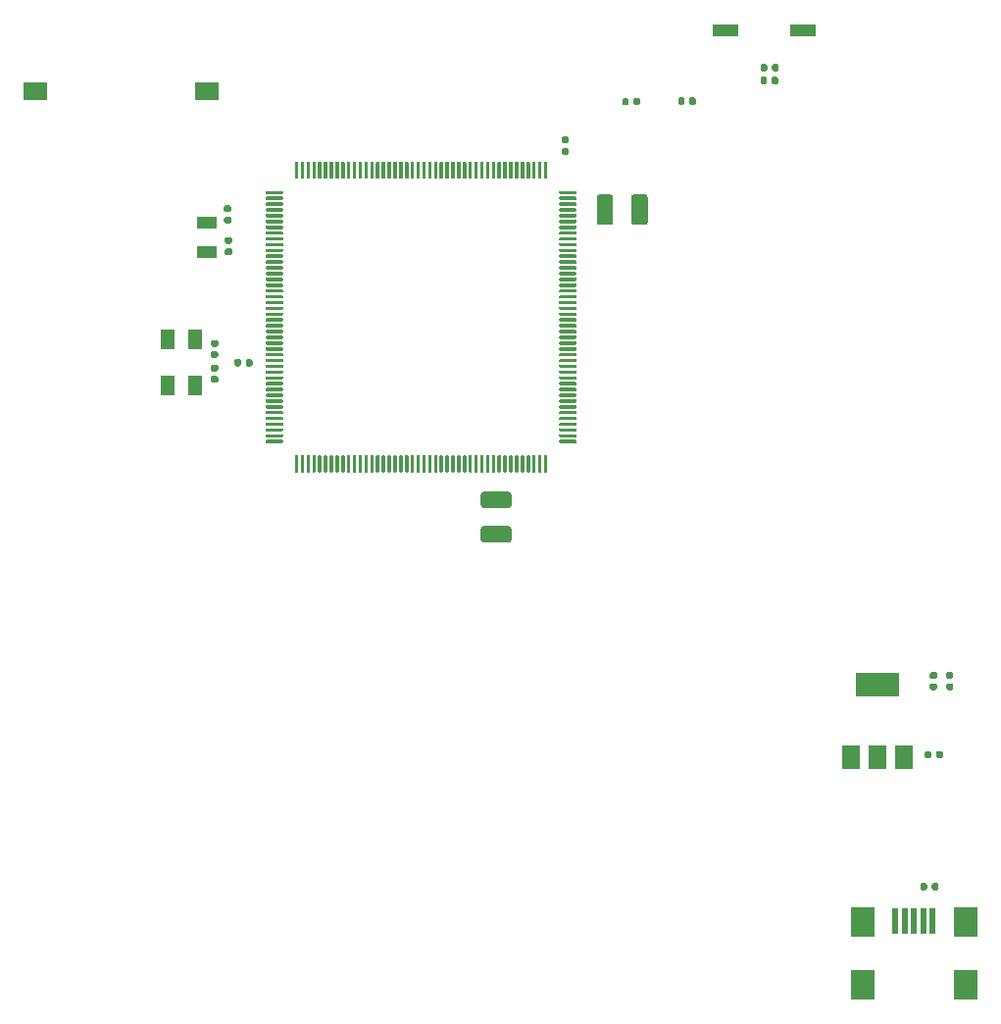
<source format=gbr>
G04 #@! TF.GenerationSoftware,KiCad,Pcbnew,(5.1.6)-1*
G04 #@! TF.CreationDate,2020-09-15T12:17:56+03:00*
G04 #@! TF.ProjectId,469devboard,34363964-6576-4626-9f61-72642e6b6963,rev?*
G04 #@! TF.SameCoordinates,Original*
G04 #@! TF.FileFunction,Paste,Top*
G04 #@! TF.FilePolarity,Positive*
%FSLAX46Y46*%
G04 Gerber Fmt 4.6, Leading zero omitted, Abs format (unit mm)*
G04 Created by KiCad (PCBNEW (5.1.6)-1) date 2020-09-15 12:17:56*
%MOMM*%
%LPD*%
G01*
G04 APERTURE LIST*
%ADD10R,2.000000X2.500000*%
%ADD11R,0.500000X2.250000*%
%ADD12R,2.000000X1.500000*%
%ADD13R,1.200000X1.800000*%
%ADD14R,1.800000X1.000000*%
%ADD15R,1.500000X2.000000*%
%ADD16R,3.800000X2.000000*%
%ADD17R,2.160000X1.120000*%
G04 APERTURE END LIST*
G36*
G01*
X126407600Y-102679800D02*
X128557600Y-102679800D01*
G75*
G02*
X128807600Y-102929800I0J-250000D01*
G01*
X128807600Y-103854800D01*
G75*
G02*
X128557600Y-104104800I-250000J0D01*
G01*
X126407600Y-104104800D01*
G75*
G02*
X126157600Y-103854800I0J250000D01*
G01*
X126157600Y-102929800D01*
G75*
G02*
X126407600Y-102679800I250000J0D01*
G01*
G37*
G36*
G01*
X126407600Y-99704800D02*
X128557600Y-99704800D01*
G75*
G02*
X128807600Y-99954800I0J-250000D01*
G01*
X128807600Y-100879800D01*
G75*
G02*
X128557600Y-101129800I-250000J0D01*
G01*
X126407600Y-101129800D01*
G75*
G02*
X126157600Y-100879800I0J250000D01*
G01*
X126157600Y-99954800D01*
G75*
G02*
X126407600Y-99704800I250000J0D01*
G01*
G37*
D10*
X168013300Y-136849000D03*
X168013300Y-142299000D03*
X159113300Y-142299000D03*
X159113300Y-136849000D03*
D11*
X165163300Y-136724000D03*
X164363300Y-136724000D03*
X163563300Y-136724000D03*
X162763300Y-136724000D03*
X161963300Y-136724000D03*
D12*
X102497600Y-65163200D03*
X87697600Y-65163200D03*
G36*
G01*
X105471600Y-88397300D02*
X105471600Y-88742300D01*
G75*
G02*
X105324100Y-88889800I-147500J0D01*
G01*
X105029100Y-88889800D01*
G75*
G02*
X104881600Y-88742300I0J147500D01*
G01*
X104881600Y-88397300D01*
G75*
G02*
X105029100Y-88249800I147500J0D01*
G01*
X105324100Y-88249800D01*
G75*
G02*
X105471600Y-88397300I0J-147500D01*
G01*
G37*
G36*
G01*
X106441600Y-88397300D02*
X106441600Y-88742300D01*
G75*
G02*
X106294100Y-88889800I-147500J0D01*
G01*
X105999100Y-88889800D01*
G75*
G02*
X105851600Y-88742300I0J147500D01*
G01*
X105851600Y-88397300D01*
G75*
G02*
X105999100Y-88249800I147500J0D01*
G01*
X106294100Y-88249800D01*
G75*
G02*
X106441600Y-88397300I0J-147500D01*
G01*
G37*
D13*
X101504600Y-86569800D03*
X101504600Y-90569800D03*
X99104600Y-90569800D03*
X99104600Y-86569800D03*
D14*
X102463600Y-79004800D03*
X102463600Y-76504800D03*
G36*
G01*
X139143100Y-76436800D02*
X139143100Y-74286800D01*
G75*
G02*
X139393100Y-74036800I250000J0D01*
G01*
X140318100Y-74036800D01*
G75*
G02*
X140568100Y-74286800I0J-250000D01*
G01*
X140568100Y-76436800D01*
G75*
G02*
X140318100Y-76686800I-250000J0D01*
G01*
X139393100Y-76686800D01*
G75*
G02*
X139143100Y-76436800I0J250000D01*
G01*
G37*
G36*
G01*
X136168100Y-76436800D02*
X136168100Y-74286800D01*
G75*
G02*
X136418100Y-74036800I250000J0D01*
G01*
X137343100Y-74036800D01*
G75*
G02*
X137593100Y-74286800I0J-250000D01*
G01*
X137593100Y-76436800D01*
G75*
G02*
X137343100Y-76686800I-250000J0D01*
G01*
X136418100Y-76686800D01*
G75*
G02*
X136168100Y-76436800I0J250000D01*
G01*
G37*
G36*
G01*
X143777200Y-65816700D02*
X143777200Y-66161700D01*
G75*
G02*
X143629700Y-66309200I-147500J0D01*
G01*
X143334700Y-66309200D01*
G75*
G02*
X143187200Y-66161700I0J147500D01*
G01*
X143187200Y-65816700D01*
G75*
G02*
X143334700Y-65669200I147500J0D01*
G01*
X143629700Y-65669200D01*
G75*
G02*
X143777200Y-65816700I0J-147500D01*
G01*
G37*
G36*
G01*
X144747200Y-65816700D02*
X144747200Y-66161700D01*
G75*
G02*
X144599700Y-66309200I-147500J0D01*
G01*
X144304700Y-66309200D01*
G75*
G02*
X144157200Y-66161700I0J147500D01*
G01*
X144157200Y-65816700D01*
G75*
G02*
X144304700Y-65669200I147500J0D01*
G01*
X144599700Y-65669200D01*
G75*
G02*
X144747200Y-65816700I0J-147500D01*
G01*
G37*
G36*
G01*
X133279100Y-70040000D02*
X133624100Y-70040000D01*
G75*
G02*
X133771600Y-70187500I0J-147500D01*
G01*
X133771600Y-70482500D01*
G75*
G02*
X133624100Y-70630000I-147500J0D01*
G01*
X133279100Y-70630000D01*
G75*
G02*
X133131600Y-70482500I0J147500D01*
G01*
X133131600Y-70187500D01*
G75*
G02*
X133279100Y-70040000I147500J0D01*
G01*
G37*
G36*
G01*
X133279100Y-69070000D02*
X133624100Y-69070000D01*
G75*
G02*
X133771600Y-69217500I0J-147500D01*
G01*
X133771600Y-69512500D01*
G75*
G02*
X133624100Y-69660000I-147500J0D01*
G01*
X133279100Y-69660000D01*
G75*
G02*
X133131600Y-69512500I0J147500D01*
G01*
X133131600Y-69217500D01*
G75*
G02*
X133279100Y-69070000I147500J0D01*
G01*
G37*
G36*
G01*
X139331200Y-66212500D02*
X139331200Y-65867500D01*
G75*
G02*
X139478700Y-65720000I147500J0D01*
G01*
X139773700Y-65720000D01*
G75*
G02*
X139921200Y-65867500I0J-147500D01*
G01*
X139921200Y-66212500D01*
G75*
G02*
X139773700Y-66360000I-147500J0D01*
G01*
X139478700Y-66360000D01*
G75*
G02*
X139331200Y-66212500I0J147500D01*
G01*
G37*
G36*
G01*
X138361200Y-66212500D02*
X138361200Y-65867500D01*
G75*
G02*
X138508700Y-65720000I147500J0D01*
G01*
X138803700Y-65720000D01*
G75*
G02*
X138951200Y-65867500I0J-147500D01*
G01*
X138951200Y-66212500D01*
G75*
G02*
X138803700Y-66360000I-147500J0D01*
G01*
X138508700Y-66360000D01*
G75*
G02*
X138361200Y-66212500I0J147500D01*
G01*
G37*
G36*
G01*
X166821900Y-115862600D02*
X166476900Y-115862600D01*
G75*
G02*
X166329400Y-115715100I0J147500D01*
G01*
X166329400Y-115420100D01*
G75*
G02*
X166476900Y-115272600I147500J0D01*
G01*
X166821900Y-115272600D01*
G75*
G02*
X166969400Y-115420100I0J-147500D01*
G01*
X166969400Y-115715100D01*
G75*
G02*
X166821900Y-115862600I-147500J0D01*
G01*
G37*
G36*
G01*
X166821900Y-116832600D02*
X166476900Y-116832600D01*
G75*
G02*
X166329400Y-116685100I0J147500D01*
G01*
X166329400Y-116390100D01*
G75*
G02*
X166476900Y-116242600I147500J0D01*
G01*
X166821900Y-116242600D01*
G75*
G02*
X166969400Y-116390100I0J-147500D01*
G01*
X166969400Y-116685100D01*
G75*
G02*
X166821900Y-116832600I-147500J0D01*
G01*
G37*
G36*
G01*
X165424900Y-115862600D02*
X165079900Y-115862600D01*
G75*
G02*
X164932400Y-115715100I0J147500D01*
G01*
X164932400Y-115420100D01*
G75*
G02*
X165079900Y-115272600I147500J0D01*
G01*
X165424900Y-115272600D01*
G75*
G02*
X165572400Y-115420100I0J-147500D01*
G01*
X165572400Y-115715100D01*
G75*
G02*
X165424900Y-115862600I-147500J0D01*
G01*
G37*
G36*
G01*
X165424900Y-116832600D02*
X165079900Y-116832600D01*
G75*
G02*
X164932400Y-116685100I0J147500D01*
G01*
X164932400Y-116390100D01*
G75*
G02*
X165079900Y-116242600I147500J0D01*
G01*
X165424900Y-116242600D01*
G75*
G02*
X165572400Y-116390100I0J-147500D01*
G01*
X165572400Y-116685100D01*
G75*
G02*
X165424900Y-116832600I-147500J0D01*
G01*
G37*
G36*
G01*
X165465400Y-122575100D02*
X165465400Y-122230100D01*
G75*
G02*
X165612900Y-122082600I147500J0D01*
G01*
X165907900Y-122082600D01*
G75*
G02*
X166055400Y-122230100I0J-147500D01*
G01*
X166055400Y-122575100D01*
G75*
G02*
X165907900Y-122722600I-147500J0D01*
G01*
X165612900Y-122722600D01*
G75*
G02*
X165465400Y-122575100I0J147500D01*
G01*
G37*
G36*
G01*
X164495400Y-122575100D02*
X164495400Y-122230100D01*
G75*
G02*
X164642900Y-122082600I147500J0D01*
G01*
X164937900Y-122082600D01*
G75*
G02*
X165085400Y-122230100I0J-147500D01*
G01*
X165085400Y-122575100D01*
G75*
G02*
X164937900Y-122722600I-147500J0D01*
G01*
X164642900Y-122722600D01*
G75*
G02*
X164495400Y-122575100I0J147500D01*
G01*
G37*
G36*
G01*
X165086800Y-133967000D02*
X165086800Y-133622000D01*
G75*
G02*
X165234300Y-133474500I147500J0D01*
G01*
X165529300Y-133474500D01*
G75*
G02*
X165676800Y-133622000I0J-147500D01*
G01*
X165676800Y-133967000D01*
G75*
G02*
X165529300Y-134114500I-147500J0D01*
G01*
X165234300Y-134114500D01*
G75*
G02*
X165086800Y-133967000I0J147500D01*
G01*
G37*
G36*
G01*
X164116800Y-133967000D02*
X164116800Y-133622000D01*
G75*
G02*
X164264300Y-133474500I147500J0D01*
G01*
X164559300Y-133474500D01*
G75*
G02*
X164706800Y-133622000I0J-147500D01*
G01*
X164706800Y-133967000D01*
G75*
G02*
X164559300Y-134114500I-147500J0D01*
G01*
X164264300Y-134114500D01*
G75*
G02*
X164116800Y-133967000I0J147500D01*
G01*
G37*
D15*
X158126400Y-122631600D03*
X162726400Y-122631600D03*
X160426400Y-122631600D03*
D16*
X160426400Y-116331600D03*
D17*
X154012400Y-59893200D03*
X147282400Y-59893200D03*
G36*
G01*
X150889200Y-64038700D02*
X150889200Y-64383700D01*
G75*
G02*
X150741700Y-64531200I-147500J0D01*
G01*
X150446700Y-64531200D01*
G75*
G02*
X150299200Y-64383700I0J147500D01*
G01*
X150299200Y-64038700D01*
G75*
G02*
X150446700Y-63891200I147500J0D01*
G01*
X150741700Y-63891200D01*
G75*
G02*
X150889200Y-64038700I0J-147500D01*
G01*
G37*
G36*
G01*
X151859200Y-64038700D02*
X151859200Y-64383700D01*
G75*
G02*
X151711700Y-64531200I-147500J0D01*
G01*
X151416700Y-64531200D01*
G75*
G02*
X151269200Y-64383700I0J147500D01*
G01*
X151269200Y-64038700D01*
G75*
G02*
X151416700Y-63891200I147500J0D01*
G01*
X151711700Y-63891200D01*
G75*
G02*
X151859200Y-64038700I0J-147500D01*
G01*
G37*
G36*
G01*
X151292200Y-63266100D02*
X151292200Y-62921100D01*
G75*
G02*
X151439700Y-62773600I147500J0D01*
G01*
X151734700Y-62773600D01*
G75*
G02*
X151882200Y-62921100I0J-147500D01*
G01*
X151882200Y-63266100D01*
G75*
G02*
X151734700Y-63413600I-147500J0D01*
G01*
X151439700Y-63413600D01*
G75*
G02*
X151292200Y-63266100I0J147500D01*
G01*
G37*
G36*
G01*
X150322200Y-63266100D02*
X150322200Y-62921100D01*
G75*
G02*
X150469700Y-62773600I147500J0D01*
G01*
X150764700Y-62773600D01*
G75*
G02*
X150912200Y-62921100I0J-147500D01*
G01*
X150912200Y-63266100D01*
G75*
G02*
X150764700Y-63413600I-147500J0D01*
G01*
X150469700Y-63413600D01*
G75*
G02*
X150322200Y-63266100I0J147500D01*
G01*
G37*
G36*
G01*
X102989600Y-89712300D02*
X103334600Y-89712300D01*
G75*
G02*
X103482100Y-89859800I0J-147500D01*
G01*
X103482100Y-90154800D01*
G75*
G02*
X103334600Y-90302300I-147500J0D01*
G01*
X102989600Y-90302300D01*
G75*
G02*
X102842100Y-90154800I0J147500D01*
G01*
X102842100Y-89859800D01*
G75*
G02*
X102989600Y-89712300I147500J0D01*
G01*
G37*
G36*
G01*
X102989600Y-88742300D02*
X103334600Y-88742300D01*
G75*
G02*
X103482100Y-88889800I0J-147500D01*
G01*
X103482100Y-89184800D01*
G75*
G02*
X103334600Y-89332300I-147500J0D01*
G01*
X102989600Y-89332300D01*
G75*
G02*
X102842100Y-89184800I0J147500D01*
G01*
X102842100Y-88889800D01*
G75*
G02*
X102989600Y-88742300I147500J0D01*
G01*
G37*
G36*
G01*
X103334600Y-87196300D02*
X102989600Y-87196300D01*
G75*
G02*
X102842100Y-87048800I0J147500D01*
G01*
X102842100Y-86753800D01*
G75*
G02*
X102989600Y-86606300I147500J0D01*
G01*
X103334600Y-86606300D01*
G75*
G02*
X103482100Y-86753800I0J-147500D01*
G01*
X103482100Y-87048800D01*
G75*
G02*
X103334600Y-87196300I-147500J0D01*
G01*
G37*
G36*
G01*
X103334600Y-88166300D02*
X102989600Y-88166300D01*
G75*
G02*
X102842100Y-88018800I0J147500D01*
G01*
X102842100Y-87723800D01*
G75*
G02*
X102989600Y-87576300I147500J0D01*
G01*
X103334600Y-87576300D01*
G75*
G02*
X103482100Y-87723800I0J-147500D01*
G01*
X103482100Y-88018800D01*
G75*
G02*
X103334600Y-88166300I-147500J0D01*
G01*
G37*
G36*
G01*
X104541100Y-78306300D02*
X104196100Y-78306300D01*
G75*
G02*
X104048600Y-78158800I0J147500D01*
G01*
X104048600Y-77863800D01*
G75*
G02*
X104196100Y-77716300I147500J0D01*
G01*
X104541100Y-77716300D01*
G75*
G02*
X104688600Y-77863800I0J-147500D01*
G01*
X104688600Y-78158800D01*
G75*
G02*
X104541100Y-78306300I-147500J0D01*
G01*
G37*
G36*
G01*
X104541100Y-79276300D02*
X104196100Y-79276300D01*
G75*
G02*
X104048600Y-79128800I0J147500D01*
G01*
X104048600Y-78833800D01*
G75*
G02*
X104196100Y-78686300I147500J0D01*
G01*
X104541100Y-78686300D01*
G75*
G02*
X104688600Y-78833800I0J-147500D01*
G01*
X104688600Y-79128800D01*
G75*
G02*
X104541100Y-79276300I-147500J0D01*
G01*
G37*
G36*
G01*
X104477600Y-75575800D02*
X104132600Y-75575800D01*
G75*
G02*
X103985100Y-75428300I0J147500D01*
G01*
X103985100Y-75133300D01*
G75*
G02*
X104132600Y-74985800I147500J0D01*
G01*
X104477600Y-74985800D01*
G75*
G02*
X104625100Y-75133300I0J-147500D01*
G01*
X104625100Y-75428300D01*
G75*
G02*
X104477600Y-75575800I-147500J0D01*
G01*
G37*
G36*
G01*
X104477600Y-76545800D02*
X104132600Y-76545800D01*
G75*
G02*
X103985100Y-76398300I0J147500D01*
G01*
X103985100Y-76103300D01*
G75*
G02*
X104132600Y-75955800I147500J0D01*
G01*
X104477600Y-75955800D01*
G75*
G02*
X104625100Y-76103300I0J-147500D01*
G01*
X104625100Y-76398300D01*
G75*
G02*
X104477600Y-76545800I-147500J0D01*
G01*
G37*
G36*
G01*
X110105600Y-72632800D02*
X110105600Y-71282800D01*
G75*
G02*
X110180600Y-71207800I75000J0D01*
G01*
X110330600Y-71207800D01*
G75*
G02*
X110405600Y-71282800I0J-75000D01*
G01*
X110405600Y-72632800D01*
G75*
G02*
X110330600Y-72707800I-75000J0D01*
G01*
X110180600Y-72707800D01*
G75*
G02*
X110105600Y-72632800I0J75000D01*
G01*
G37*
G36*
G01*
X110605600Y-72632800D02*
X110605600Y-71282800D01*
G75*
G02*
X110680600Y-71207800I75000J0D01*
G01*
X110830600Y-71207800D01*
G75*
G02*
X110905600Y-71282800I0J-75000D01*
G01*
X110905600Y-72632800D01*
G75*
G02*
X110830600Y-72707800I-75000J0D01*
G01*
X110680600Y-72707800D01*
G75*
G02*
X110605600Y-72632800I0J75000D01*
G01*
G37*
G36*
G01*
X111105600Y-72632800D02*
X111105600Y-71282800D01*
G75*
G02*
X111180600Y-71207800I75000J0D01*
G01*
X111330600Y-71207800D01*
G75*
G02*
X111405600Y-71282800I0J-75000D01*
G01*
X111405600Y-72632800D01*
G75*
G02*
X111330600Y-72707800I-75000J0D01*
G01*
X111180600Y-72707800D01*
G75*
G02*
X111105600Y-72632800I0J75000D01*
G01*
G37*
G36*
G01*
X111605600Y-72632800D02*
X111605600Y-71282800D01*
G75*
G02*
X111680600Y-71207800I75000J0D01*
G01*
X111830600Y-71207800D01*
G75*
G02*
X111905600Y-71282800I0J-75000D01*
G01*
X111905600Y-72632800D01*
G75*
G02*
X111830600Y-72707800I-75000J0D01*
G01*
X111680600Y-72707800D01*
G75*
G02*
X111605600Y-72632800I0J75000D01*
G01*
G37*
G36*
G01*
X112105600Y-72632800D02*
X112105600Y-71282800D01*
G75*
G02*
X112180600Y-71207800I75000J0D01*
G01*
X112330600Y-71207800D01*
G75*
G02*
X112405600Y-71282800I0J-75000D01*
G01*
X112405600Y-72632800D01*
G75*
G02*
X112330600Y-72707800I-75000J0D01*
G01*
X112180600Y-72707800D01*
G75*
G02*
X112105600Y-72632800I0J75000D01*
G01*
G37*
G36*
G01*
X112605600Y-72632800D02*
X112605600Y-71282800D01*
G75*
G02*
X112680600Y-71207800I75000J0D01*
G01*
X112830600Y-71207800D01*
G75*
G02*
X112905600Y-71282800I0J-75000D01*
G01*
X112905600Y-72632800D01*
G75*
G02*
X112830600Y-72707800I-75000J0D01*
G01*
X112680600Y-72707800D01*
G75*
G02*
X112605600Y-72632800I0J75000D01*
G01*
G37*
G36*
G01*
X113105600Y-72632800D02*
X113105600Y-71282800D01*
G75*
G02*
X113180600Y-71207800I75000J0D01*
G01*
X113330600Y-71207800D01*
G75*
G02*
X113405600Y-71282800I0J-75000D01*
G01*
X113405600Y-72632800D01*
G75*
G02*
X113330600Y-72707800I-75000J0D01*
G01*
X113180600Y-72707800D01*
G75*
G02*
X113105600Y-72632800I0J75000D01*
G01*
G37*
G36*
G01*
X113605600Y-72632800D02*
X113605600Y-71282800D01*
G75*
G02*
X113680600Y-71207800I75000J0D01*
G01*
X113830600Y-71207800D01*
G75*
G02*
X113905600Y-71282800I0J-75000D01*
G01*
X113905600Y-72632800D01*
G75*
G02*
X113830600Y-72707800I-75000J0D01*
G01*
X113680600Y-72707800D01*
G75*
G02*
X113605600Y-72632800I0J75000D01*
G01*
G37*
G36*
G01*
X114105600Y-72632800D02*
X114105600Y-71282800D01*
G75*
G02*
X114180600Y-71207800I75000J0D01*
G01*
X114330600Y-71207800D01*
G75*
G02*
X114405600Y-71282800I0J-75000D01*
G01*
X114405600Y-72632800D01*
G75*
G02*
X114330600Y-72707800I-75000J0D01*
G01*
X114180600Y-72707800D01*
G75*
G02*
X114105600Y-72632800I0J75000D01*
G01*
G37*
G36*
G01*
X114605600Y-72632800D02*
X114605600Y-71282800D01*
G75*
G02*
X114680600Y-71207800I75000J0D01*
G01*
X114830600Y-71207800D01*
G75*
G02*
X114905600Y-71282800I0J-75000D01*
G01*
X114905600Y-72632800D01*
G75*
G02*
X114830600Y-72707800I-75000J0D01*
G01*
X114680600Y-72707800D01*
G75*
G02*
X114605600Y-72632800I0J75000D01*
G01*
G37*
G36*
G01*
X115105600Y-72632800D02*
X115105600Y-71282800D01*
G75*
G02*
X115180600Y-71207800I75000J0D01*
G01*
X115330600Y-71207800D01*
G75*
G02*
X115405600Y-71282800I0J-75000D01*
G01*
X115405600Y-72632800D01*
G75*
G02*
X115330600Y-72707800I-75000J0D01*
G01*
X115180600Y-72707800D01*
G75*
G02*
X115105600Y-72632800I0J75000D01*
G01*
G37*
G36*
G01*
X115605600Y-72632800D02*
X115605600Y-71282800D01*
G75*
G02*
X115680600Y-71207800I75000J0D01*
G01*
X115830600Y-71207800D01*
G75*
G02*
X115905600Y-71282800I0J-75000D01*
G01*
X115905600Y-72632800D01*
G75*
G02*
X115830600Y-72707800I-75000J0D01*
G01*
X115680600Y-72707800D01*
G75*
G02*
X115605600Y-72632800I0J75000D01*
G01*
G37*
G36*
G01*
X116105600Y-72632800D02*
X116105600Y-71282800D01*
G75*
G02*
X116180600Y-71207800I75000J0D01*
G01*
X116330600Y-71207800D01*
G75*
G02*
X116405600Y-71282800I0J-75000D01*
G01*
X116405600Y-72632800D01*
G75*
G02*
X116330600Y-72707800I-75000J0D01*
G01*
X116180600Y-72707800D01*
G75*
G02*
X116105600Y-72632800I0J75000D01*
G01*
G37*
G36*
G01*
X116605600Y-72632800D02*
X116605600Y-71282800D01*
G75*
G02*
X116680600Y-71207800I75000J0D01*
G01*
X116830600Y-71207800D01*
G75*
G02*
X116905600Y-71282800I0J-75000D01*
G01*
X116905600Y-72632800D01*
G75*
G02*
X116830600Y-72707800I-75000J0D01*
G01*
X116680600Y-72707800D01*
G75*
G02*
X116605600Y-72632800I0J75000D01*
G01*
G37*
G36*
G01*
X117105600Y-72632800D02*
X117105600Y-71282800D01*
G75*
G02*
X117180600Y-71207800I75000J0D01*
G01*
X117330600Y-71207800D01*
G75*
G02*
X117405600Y-71282800I0J-75000D01*
G01*
X117405600Y-72632800D01*
G75*
G02*
X117330600Y-72707800I-75000J0D01*
G01*
X117180600Y-72707800D01*
G75*
G02*
X117105600Y-72632800I0J75000D01*
G01*
G37*
G36*
G01*
X117605600Y-72632800D02*
X117605600Y-71282800D01*
G75*
G02*
X117680600Y-71207800I75000J0D01*
G01*
X117830600Y-71207800D01*
G75*
G02*
X117905600Y-71282800I0J-75000D01*
G01*
X117905600Y-72632800D01*
G75*
G02*
X117830600Y-72707800I-75000J0D01*
G01*
X117680600Y-72707800D01*
G75*
G02*
X117605600Y-72632800I0J75000D01*
G01*
G37*
G36*
G01*
X118105600Y-72632800D02*
X118105600Y-71282800D01*
G75*
G02*
X118180600Y-71207800I75000J0D01*
G01*
X118330600Y-71207800D01*
G75*
G02*
X118405600Y-71282800I0J-75000D01*
G01*
X118405600Y-72632800D01*
G75*
G02*
X118330600Y-72707800I-75000J0D01*
G01*
X118180600Y-72707800D01*
G75*
G02*
X118105600Y-72632800I0J75000D01*
G01*
G37*
G36*
G01*
X118605600Y-72632800D02*
X118605600Y-71282800D01*
G75*
G02*
X118680600Y-71207800I75000J0D01*
G01*
X118830600Y-71207800D01*
G75*
G02*
X118905600Y-71282800I0J-75000D01*
G01*
X118905600Y-72632800D01*
G75*
G02*
X118830600Y-72707800I-75000J0D01*
G01*
X118680600Y-72707800D01*
G75*
G02*
X118605600Y-72632800I0J75000D01*
G01*
G37*
G36*
G01*
X119105600Y-72632800D02*
X119105600Y-71282800D01*
G75*
G02*
X119180600Y-71207800I75000J0D01*
G01*
X119330600Y-71207800D01*
G75*
G02*
X119405600Y-71282800I0J-75000D01*
G01*
X119405600Y-72632800D01*
G75*
G02*
X119330600Y-72707800I-75000J0D01*
G01*
X119180600Y-72707800D01*
G75*
G02*
X119105600Y-72632800I0J75000D01*
G01*
G37*
G36*
G01*
X119605600Y-72632800D02*
X119605600Y-71282800D01*
G75*
G02*
X119680600Y-71207800I75000J0D01*
G01*
X119830600Y-71207800D01*
G75*
G02*
X119905600Y-71282800I0J-75000D01*
G01*
X119905600Y-72632800D01*
G75*
G02*
X119830600Y-72707800I-75000J0D01*
G01*
X119680600Y-72707800D01*
G75*
G02*
X119605600Y-72632800I0J75000D01*
G01*
G37*
G36*
G01*
X120105600Y-72632800D02*
X120105600Y-71282800D01*
G75*
G02*
X120180600Y-71207800I75000J0D01*
G01*
X120330600Y-71207800D01*
G75*
G02*
X120405600Y-71282800I0J-75000D01*
G01*
X120405600Y-72632800D01*
G75*
G02*
X120330600Y-72707800I-75000J0D01*
G01*
X120180600Y-72707800D01*
G75*
G02*
X120105600Y-72632800I0J75000D01*
G01*
G37*
G36*
G01*
X120605600Y-72632800D02*
X120605600Y-71282800D01*
G75*
G02*
X120680600Y-71207800I75000J0D01*
G01*
X120830600Y-71207800D01*
G75*
G02*
X120905600Y-71282800I0J-75000D01*
G01*
X120905600Y-72632800D01*
G75*
G02*
X120830600Y-72707800I-75000J0D01*
G01*
X120680600Y-72707800D01*
G75*
G02*
X120605600Y-72632800I0J75000D01*
G01*
G37*
G36*
G01*
X121105600Y-72632800D02*
X121105600Y-71282800D01*
G75*
G02*
X121180600Y-71207800I75000J0D01*
G01*
X121330600Y-71207800D01*
G75*
G02*
X121405600Y-71282800I0J-75000D01*
G01*
X121405600Y-72632800D01*
G75*
G02*
X121330600Y-72707800I-75000J0D01*
G01*
X121180600Y-72707800D01*
G75*
G02*
X121105600Y-72632800I0J75000D01*
G01*
G37*
G36*
G01*
X121605600Y-72632800D02*
X121605600Y-71282800D01*
G75*
G02*
X121680600Y-71207800I75000J0D01*
G01*
X121830600Y-71207800D01*
G75*
G02*
X121905600Y-71282800I0J-75000D01*
G01*
X121905600Y-72632800D01*
G75*
G02*
X121830600Y-72707800I-75000J0D01*
G01*
X121680600Y-72707800D01*
G75*
G02*
X121605600Y-72632800I0J75000D01*
G01*
G37*
G36*
G01*
X122105600Y-72632800D02*
X122105600Y-71282800D01*
G75*
G02*
X122180600Y-71207800I75000J0D01*
G01*
X122330600Y-71207800D01*
G75*
G02*
X122405600Y-71282800I0J-75000D01*
G01*
X122405600Y-72632800D01*
G75*
G02*
X122330600Y-72707800I-75000J0D01*
G01*
X122180600Y-72707800D01*
G75*
G02*
X122105600Y-72632800I0J75000D01*
G01*
G37*
G36*
G01*
X122605600Y-72632800D02*
X122605600Y-71282800D01*
G75*
G02*
X122680600Y-71207800I75000J0D01*
G01*
X122830600Y-71207800D01*
G75*
G02*
X122905600Y-71282800I0J-75000D01*
G01*
X122905600Y-72632800D01*
G75*
G02*
X122830600Y-72707800I-75000J0D01*
G01*
X122680600Y-72707800D01*
G75*
G02*
X122605600Y-72632800I0J75000D01*
G01*
G37*
G36*
G01*
X123105600Y-72632800D02*
X123105600Y-71282800D01*
G75*
G02*
X123180600Y-71207800I75000J0D01*
G01*
X123330600Y-71207800D01*
G75*
G02*
X123405600Y-71282800I0J-75000D01*
G01*
X123405600Y-72632800D01*
G75*
G02*
X123330600Y-72707800I-75000J0D01*
G01*
X123180600Y-72707800D01*
G75*
G02*
X123105600Y-72632800I0J75000D01*
G01*
G37*
G36*
G01*
X123605600Y-72632800D02*
X123605600Y-71282800D01*
G75*
G02*
X123680600Y-71207800I75000J0D01*
G01*
X123830600Y-71207800D01*
G75*
G02*
X123905600Y-71282800I0J-75000D01*
G01*
X123905600Y-72632800D01*
G75*
G02*
X123830600Y-72707800I-75000J0D01*
G01*
X123680600Y-72707800D01*
G75*
G02*
X123605600Y-72632800I0J75000D01*
G01*
G37*
G36*
G01*
X124105600Y-72632800D02*
X124105600Y-71282800D01*
G75*
G02*
X124180600Y-71207800I75000J0D01*
G01*
X124330600Y-71207800D01*
G75*
G02*
X124405600Y-71282800I0J-75000D01*
G01*
X124405600Y-72632800D01*
G75*
G02*
X124330600Y-72707800I-75000J0D01*
G01*
X124180600Y-72707800D01*
G75*
G02*
X124105600Y-72632800I0J75000D01*
G01*
G37*
G36*
G01*
X124605600Y-72632800D02*
X124605600Y-71282800D01*
G75*
G02*
X124680600Y-71207800I75000J0D01*
G01*
X124830600Y-71207800D01*
G75*
G02*
X124905600Y-71282800I0J-75000D01*
G01*
X124905600Y-72632800D01*
G75*
G02*
X124830600Y-72707800I-75000J0D01*
G01*
X124680600Y-72707800D01*
G75*
G02*
X124605600Y-72632800I0J75000D01*
G01*
G37*
G36*
G01*
X125105600Y-72632800D02*
X125105600Y-71282800D01*
G75*
G02*
X125180600Y-71207800I75000J0D01*
G01*
X125330600Y-71207800D01*
G75*
G02*
X125405600Y-71282800I0J-75000D01*
G01*
X125405600Y-72632800D01*
G75*
G02*
X125330600Y-72707800I-75000J0D01*
G01*
X125180600Y-72707800D01*
G75*
G02*
X125105600Y-72632800I0J75000D01*
G01*
G37*
G36*
G01*
X125605600Y-72632800D02*
X125605600Y-71282800D01*
G75*
G02*
X125680600Y-71207800I75000J0D01*
G01*
X125830600Y-71207800D01*
G75*
G02*
X125905600Y-71282800I0J-75000D01*
G01*
X125905600Y-72632800D01*
G75*
G02*
X125830600Y-72707800I-75000J0D01*
G01*
X125680600Y-72707800D01*
G75*
G02*
X125605600Y-72632800I0J75000D01*
G01*
G37*
G36*
G01*
X126105600Y-72632800D02*
X126105600Y-71282800D01*
G75*
G02*
X126180600Y-71207800I75000J0D01*
G01*
X126330600Y-71207800D01*
G75*
G02*
X126405600Y-71282800I0J-75000D01*
G01*
X126405600Y-72632800D01*
G75*
G02*
X126330600Y-72707800I-75000J0D01*
G01*
X126180600Y-72707800D01*
G75*
G02*
X126105600Y-72632800I0J75000D01*
G01*
G37*
G36*
G01*
X126605600Y-72632800D02*
X126605600Y-71282800D01*
G75*
G02*
X126680600Y-71207800I75000J0D01*
G01*
X126830600Y-71207800D01*
G75*
G02*
X126905600Y-71282800I0J-75000D01*
G01*
X126905600Y-72632800D01*
G75*
G02*
X126830600Y-72707800I-75000J0D01*
G01*
X126680600Y-72707800D01*
G75*
G02*
X126605600Y-72632800I0J75000D01*
G01*
G37*
G36*
G01*
X127105600Y-72632800D02*
X127105600Y-71282800D01*
G75*
G02*
X127180600Y-71207800I75000J0D01*
G01*
X127330600Y-71207800D01*
G75*
G02*
X127405600Y-71282800I0J-75000D01*
G01*
X127405600Y-72632800D01*
G75*
G02*
X127330600Y-72707800I-75000J0D01*
G01*
X127180600Y-72707800D01*
G75*
G02*
X127105600Y-72632800I0J75000D01*
G01*
G37*
G36*
G01*
X127605600Y-72632800D02*
X127605600Y-71282800D01*
G75*
G02*
X127680600Y-71207800I75000J0D01*
G01*
X127830600Y-71207800D01*
G75*
G02*
X127905600Y-71282800I0J-75000D01*
G01*
X127905600Y-72632800D01*
G75*
G02*
X127830600Y-72707800I-75000J0D01*
G01*
X127680600Y-72707800D01*
G75*
G02*
X127605600Y-72632800I0J75000D01*
G01*
G37*
G36*
G01*
X128105600Y-72632800D02*
X128105600Y-71282800D01*
G75*
G02*
X128180600Y-71207800I75000J0D01*
G01*
X128330600Y-71207800D01*
G75*
G02*
X128405600Y-71282800I0J-75000D01*
G01*
X128405600Y-72632800D01*
G75*
G02*
X128330600Y-72707800I-75000J0D01*
G01*
X128180600Y-72707800D01*
G75*
G02*
X128105600Y-72632800I0J75000D01*
G01*
G37*
G36*
G01*
X128605600Y-72632800D02*
X128605600Y-71282800D01*
G75*
G02*
X128680600Y-71207800I75000J0D01*
G01*
X128830600Y-71207800D01*
G75*
G02*
X128905600Y-71282800I0J-75000D01*
G01*
X128905600Y-72632800D01*
G75*
G02*
X128830600Y-72707800I-75000J0D01*
G01*
X128680600Y-72707800D01*
G75*
G02*
X128605600Y-72632800I0J75000D01*
G01*
G37*
G36*
G01*
X129105600Y-72632800D02*
X129105600Y-71282800D01*
G75*
G02*
X129180600Y-71207800I75000J0D01*
G01*
X129330600Y-71207800D01*
G75*
G02*
X129405600Y-71282800I0J-75000D01*
G01*
X129405600Y-72632800D01*
G75*
G02*
X129330600Y-72707800I-75000J0D01*
G01*
X129180600Y-72707800D01*
G75*
G02*
X129105600Y-72632800I0J75000D01*
G01*
G37*
G36*
G01*
X129605600Y-72632800D02*
X129605600Y-71282800D01*
G75*
G02*
X129680600Y-71207800I75000J0D01*
G01*
X129830600Y-71207800D01*
G75*
G02*
X129905600Y-71282800I0J-75000D01*
G01*
X129905600Y-72632800D01*
G75*
G02*
X129830600Y-72707800I-75000J0D01*
G01*
X129680600Y-72707800D01*
G75*
G02*
X129605600Y-72632800I0J75000D01*
G01*
G37*
G36*
G01*
X130105600Y-72632800D02*
X130105600Y-71282800D01*
G75*
G02*
X130180600Y-71207800I75000J0D01*
G01*
X130330600Y-71207800D01*
G75*
G02*
X130405600Y-71282800I0J-75000D01*
G01*
X130405600Y-72632800D01*
G75*
G02*
X130330600Y-72707800I-75000J0D01*
G01*
X130180600Y-72707800D01*
G75*
G02*
X130105600Y-72632800I0J75000D01*
G01*
G37*
G36*
G01*
X130605600Y-72632800D02*
X130605600Y-71282800D01*
G75*
G02*
X130680600Y-71207800I75000J0D01*
G01*
X130830600Y-71207800D01*
G75*
G02*
X130905600Y-71282800I0J-75000D01*
G01*
X130905600Y-72632800D01*
G75*
G02*
X130830600Y-72707800I-75000J0D01*
G01*
X130680600Y-72707800D01*
G75*
G02*
X130605600Y-72632800I0J75000D01*
G01*
G37*
G36*
G01*
X131105600Y-72632800D02*
X131105600Y-71282800D01*
G75*
G02*
X131180600Y-71207800I75000J0D01*
G01*
X131330600Y-71207800D01*
G75*
G02*
X131405600Y-71282800I0J-75000D01*
G01*
X131405600Y-72632800D01*
G75*
G02*
X131330600Y-72707800I-75000J0D01*
G01*
X131180600Y-72707800D01*
G75*
G02*
X131105600Y-72632800I0J75000D01*
G01*
G37*
G36*
G01*
X131605600Y-72632800D02*
X131605600Y-71282800D01*
G75*
G02*
X131680600Y-71207800I75000J0D01*
G01*
X131830600Y-71207800D01*
G75*
G02*
X131905600Y-71282800I0J-75000D01*
G01*
X131905600Y-72632800D01*
G75*
G02*
X131830600Y-72707800I-75000J0D01*
G01*
X131680600Y-72707800D01*
G75*
G02*
X131605600Y-72632800I0J75000D01*
G01*
G37*
G36*
G01*
X132930600Y-73957800D02*
X132930600Y-73807800D01*
G75*
G02*
X133005600Y-73732800I75000J0D01*
G01*
X134355600Y-73732800D01*
G75*
G02*
X134430600Y-73807800I0J-75000D01*
G01*
X134430600Y-73957800D01*
G75*
G02*
X134355600Y-74032800I-75000J0D01*
G01*
X133005600Y-74032800D01*
G75*
G02*
X132930600Y-73957800I0J75000D01*
G01*
G37*
G36*
G01*
X132930600Y-74457800D02*
X132930600Y-74307800D01*
G75*
G02*
X133005600Y-74232800I75000J0D01*
G01*
X134355600Y-74232800D01*
G75*
G02*
X134430600Y-74307800I0J-75000D01*
G01*
X134430600Y-74457800D01*
G75*
G02*
X134355600Y-74532800I-75000J0D01*
G01*
X133005600Y-74532800D01*
G75*
G02*
X132930600Y-74457800I0J75000D01*
G01*
G37*
G36*
G01*
X132930600Y-74957800D02*
X132930600Y-74807800D01*
G75*
G02*
X133005600Y-74732800I75000J0D01*
G01*
X134355600Y-74732800D01*
G75*
G02*
X134430600Y-74807800I0J-75000D01*
G01*
X134430600Y-74957800D01*
G75*
G02*
X134355600Y-75032800I-75000J0D01*
G01*
X133005600Y-75032800D01*
G75*
G02*
X132930600Y-74957800I0J75000D01*
G01*
G37*
G36*
G01*
X132930600Y-75457800D02*
X132930600Y-75307800D01*
G75*
G02*
X133005600Y-75232800I75000J0D01*
G01*
X134355600Y-75232800D01*
G75*
G02*
X134430600Y-75307800I0J-75000D01*
G01*
X134430600Y-75457800D01*
G75*
G02*
X134355600Y-75532800I-75000J0D01*
G01*
X133005600Y-75532800D01*
G75*
G02*
X132930600Y-75457800I0J75000D01*
G01*
G37*
G36*
G01*
X132930600Y-75957800D02*
X132930600Y-75807800D01*
G75*
G02*
X133005600Y-75732800I75000J0D01*
G01*
X134355600Y-75732800D01*
G75*
G02*
X134430600Y-75807800I0J-75000D01*
G01*
X134430600Y-75957800D01*
G75*
G02*
X134355600Y-76032800I-75000J0D01*
G01*
X133005600Y-76032800D01*
G75*
G02*
X132930600Y-75957800I0J75000D01*
G01*
G37*
G36*
G01*
X132930600Y-76457800D02*
X132930600Y-76307800D01*
G75*
G02*
X133005600Y-76232800I75000J0D01*
G01*
X134355600Y-76232800D01*
G75*
G02*
X134430600Y-76307800I0J-75000D01*
G01*
X134430600Y-76457800D01*
G75*
G02*
X134355600Y-76532800I-75000J0D01*
G01*
X133005600Y-76532800D01*
G75*
G02*
X132930600Y-76457800I0J75000D01*
G01*
G37*
G36*
G01*
X132930600Y-76957800D02*
X132930600Y-76807800D01*
G75*
G02*
X133005600Y-76732800I75000J0D01*
G01*
X134355600Y-76732800D01*
G75*
G02*
X134430600Y-76807800I0J-75000D01*
G01*
X134430600Y-76957800D01*
G75*
G02*
X134355600Y-77032800I-75000J0D01*
G01*
X133005600Y-77032800D01*
G75*
G02*
X132930600Y-76957800I0J75000D01*
G01*
G37*
G36*
G01*
X132930600Y-77457800D02*
X132930600Y-77307800D01*
G75*
G02*
X133005600Y-77232800I75000J0D01*
G01*
X134355600Y-77232800D01*
G75*
G02*
X134430600Y-77307800I0J-75000D01*
G01*
X134430600Y-77457800D01*
G75*
G02*
X134355600Y-77532800I-75000J0D01*
G01*
X133005600Y-77532800D01*
G75*
G02*
X132930600Y-77457800I0J75000D01*
G01*
G37*
G36*
G01*
X132930600Y-77957800D02*
X132930600Y-77807800D01*
G75*
G02*
X133005600Y-77732800I75000J0D01*
G01*
X134355600Y-77732800D01*
G75*
G02*
X134430600Y-77807800I0J-75000D01*
G01*
X134430600Y-77957800D01*
G75*
G02*
X134355600Y-78032800I-75000J0D01*
G01*
X133005600Y-78032800D01*
G75*
G02*
X132930600Y-77957800I0J75000D01*
G01*
G37*
G36*
G01*
X132930600Y-78457800D02*
X132930600Y-78307800D01*
G75*
G02*
X133005600Y-78232800I75000J0D01*
G01*
X134355600Y-78232800D01*
G75*
G02*
X134430600Y-78307800I0J-75000D01*
G01*
X134430600Y-78457800D01*
G75*
G02*
X134355600Y-78532800I-75000J0D01*
G01*
X133005600Y-78532800D01*
G75*
G02*
X132930600Y-78457800I0J75000D01*
G01*
G37*
G36*
G01*
X132930600Y-78957800D02*
X132930600Y-78807800D01*
G75*
G02*
X133005600Y-78732800I75000J0D01*
G01*
X134355600Y-78732800D01*
G75*
G02*
X134430600Y-78807800I0J-75000D01*
G01*
X134430600Y-78957800D01*
G75*
G02*
X134355600Y-79032800I-75000J0D01*
G01*
X133005600Y-79032800D01*
G75*
G02*
X132930600Y-78957800I0J75000D01*
G01*
G37*
G36*
G01*
X132930600Y-79457800D02*
X132930600Y-79307800D01*
G75*
G02*
X133005600Y-79232800I75000J0D01*
G01*
X134355600Y-79232800D01*
G75*
G02*
X134430600Y-79307800I0J-75000D01*
G01*
X134430600Y-79457800D01*
G75*
G02*
X134355600Y-79532800I-75000J0D01*
G01*
X133005600Y-79532800D01*
G75*
G02*
X132930600Y-79457800I0J75000D01*
G01*
G37*
G36*
G01*
X132930600Y-79957800D02*
X132930600Y-79807800D01*
G75*
G02*
X133005600Y-79732800I75000J0D01*
G01*
X134355600Y-79732800D01*
G75*
G02*
X134430600Y-79807800I0J-75000D01*
G01*
X134430600Y-79957800D01*
G75*
G02*
X134355600Y-80032800I-75000J0D01*
G01*
X133005600Y-80032800D01*
G75*
G02*
X132930600Y-79957800I0J75000D01*
G01*
G37*
G36*
G01*
X132930600Y-80457800D02*
X132930600Y-80307800D01*
G75*
G02*
X133005600Y-80232800I75000J0D01*
G01*
X134355600Y-80232800D01*
G75*
G02*
X134430600Y-80307800I0J-75000D01*
G01*
X134430600Y-80457800D01*
G75*
G02*
X134355600Y-80532800I-75000J0D01*
G01*
X133005600Y-80532800D01*
G75*
G02*
X132930600Y-80457800I0J75000D01*
G01*
G37*
G36*
G01*
X132930600Y-80957800D02*
X132930600Y-80807800D01*
G75*
G02*
X133005600Y-80732800I75000J0D01*
G01*
X134355600Y-80732800D01*
G75*
G02*
X134430600Y-80807800I0J-75000D01*
G01*
X134430600Y-80957800D01*
G75*
G02*
X134355600Y-81032800I-75000J0D01*
G01*
X133005600Y-81032800D01*
G75*
G02*
X132930600Y-80957800I0J75000D01*
G01*
G37*
G36*
G01*
X132930600Y-81457800D02*
X132930600Y-81307800D01*
G75*
G02*
X133005600Y-81232800I75000J0D01*
G01*
X134355600Y-81232800D01*
G75*
G02*
X134430600Y-81307800I0J-75000D01*
G01*
X134430600Y-81457800D01*
G75*
G02*
X134355600Y-81532800I-75000J0D01*
G01*
X133005600Y-81532800D01*
G75*
G02*
X132930600Y-81457800I0J75000D01*
G01*
G37*
G36*
G01*
X132930600Y-81957800D02*
X132930600Y-81807800D01*
G75*
G02*
X133005600Y-81732800I75000J0D01*
G01*
X134355600Y-81732800D01*
G75*
G02*
X134430600Y-81807800I0J-75000D01*
G01*
X134430600Y-81957800D01*
G75*
G02*
X134355600Y-82032800I-75000J0D01*
G01*
X133005600Y-82032800D01*
G75*
G02*
X132930600Y-81957800I0J75000D01*
G01*
G37*
G36*
G01*
X132930600Y-82457800D02*
X132930600Y-82307800D01*
G75*
G02*
X133005600Y-82232800I75000J0D01*
G01*
X134355600Y-82232800D01*
G75*
G02*
X134430600Y-82307800I0J-75000D01*
G01*
X134430600Y-82457800D01*
G75*
G02*
X134355600Y-82532800I-75000J0D01*
G01*
X133005600Y-82532800D01*
G75*
G02*
X132930600Y-82457800I0J75000D01*
G01*
G37*
G36*
G01*
X132930600Y-82957800D02*
X132930600Y-82807800D01*
G75*
G02*
X133005600Y-82732800I75000J0D01*
G01*
X134355600Y-82732800D01*
G75*
G02*
X134430600Y-82807800I0J-75000D01*
G01*
X134430600Y-82957800D01*
G75*
G02*
X134355600Y-83032800I-75000J0D01*
G01*
X133005600Y-83032800D01*
G75*
G02*
X132930600Y-82957800I0J75000D01*
G01*
G37*
G36*
G01*
X132930600Y-83457800D02*
X132930600Y-83307800D01*
G75*
G02*
X133005600Y-83232800I75000J0D01*
G01*
X134355600Y-83232800D01*
G75*
G02*
X134430600Y-83307800I0J-75000D01*
G01*
X134430600Y-83457800D01*
G75*
G02*
X134355600Y-83532800I-75000J0D01*
G01*
X133005600Y-83532800D01*
G75*
G02*
X132930600Y-83457800I0J75000D01*
G01*
G37*
G36*
G01*
X132930600Y-83957800D02*
X132930600Y-83807800D01*
G75*
G02*
X133005600Y-83732800I75000J0D01*
G01*
X134355600Y-83732800D01*
G75*
G02*
X134430600Y-83807800I0J-75000D01*
G01*
X134430600Y-83957800D01*
G75*
G02*
X134355600Y-84032800I-75000J0D01*
G01*
X133005600Y-84032800D01*
G75*
G02*
X132930600Y-83957800I0J75000D01*
G01*
G37*
G36*
G01*
X132930600Y-84457800D02*
X132930600Y-84307800D01*
G75*
G02*
X133005600Y-84232800I75000J0D01*
G01*
X134355600Y-84232800D01*
G75*
G02*
X134430600Y-84307800I0J-75000D01*
G01*
X134430600Y-84457800D01*
G75*
G02*
X134355600Y-84532800I-75000J0D01*
G01*
X133005600Y-84532800D01*
G75*
G02*
X132930600Y-84457800I0J75000D01*
G01*
G37*
G36*
G01*
X132930600Y-84957800D02*
X132930600Y-84807800D01*
G75*
G02*
X133005600Y-84732800I75000J0D01*
G01*
X134355600Y-84732800D01*
G75*
G02*
X134430600Y-84807800I0J-75000D01*
G01*
X134430600Y-84957800D01*
G75*
G02*
X134355600Y-85032800I-75000J0D01*
G01*
X133005600Y-85032800D01*
G75*
G02*
X132930600Y-84957800I0J75000D01*
G01*
G37*
G36*
G01*
X132930600Y-85457800D02*
X132930600Y-85307800D01*
G75*
G02*
X133005600Y-85232800I75000J0D01*
G01*
X134355600Y-85232800D01*
G75*
G02*
X134430600Y-85307800I0J-75000D01*
G01*
X134430600Y-85457800D01*
G75*
G02*
X134355600Y-85532800I-75000J0D01*
G01*
X133005600Y-85532800D01*
G75*
G02*
X132930600Y-85457800I0J75000D01*
G01*
G37*
G36*
G01*
X132930600Y-85957800D02*
X132930600Y-85807800D01*
G75*
G02*
X133005600Y-85732800I75000J0D01*
G01*
X134355600Y-85732800D01*
G75*
G02*
X134430600Y-85807800I0J-75000D01*
G01*
X134430600Y-85957800D01*
G75*
G02*
X134355600Y-86032800I-75000J0D01*
G01*
X133005600Y-86032800D01*
G75*
G02*
X132930600Y-85957800I0J75000D01*
G01*
G37*
G36*
G01*
X132930600Y-86457800D02*
X132930600Y-86307800D01*
G75*
G02*
X133005600Y-86232800I75000J0D01*
G01*
X134355600Y-86232800D01*
G75*
G02*
X134430600Y-86307800I0J-75000D01*
G01*
X134430600Y-86457800D01*
G75*
G02*
X134355600Y-86532800I-75000J0D01*
G01*
X133005600Y-86532800D01*
G75*
G02*
X132930600Y-86457800I0J75000D01*
G01*
G37*
G36*
G01*
X132930600Y-86957800D02*
X132930600Y-86807800D01*
G75*
G02*
X133005600Y-86732800I75000J0D01*
G01*
X134355600Y-86732800D01*
G75*
G02*
X134430600Y-86807800I0J-75000D01*
G01*
X134430600Y-86957800D01*
G75*
G02*
X134355600Y-87032800I-75000J0D01*
G01*
X133005600Y-87032800D01*
G75*
G02*
X132930600Y-86957800I0J75000D01*
G01*
G37*
G36*
G01*
X132930600Y-87457800D02*
X132930600Y-87307800D01*
G75*
G02*
X133005600Y-87232800I75000J0D01*
G01*
X134355600Y-87232800D01*
G75*
G02*
X134430600Y-87307800I0J-75000D01*
G01*
X134430600Y-87457800D01*
G75*
G02*
X134355600Y-87532800I-75000J0D01*
G01*
X133005600Y-87532800D01*
G75*
G02*
X132930600Y-87457800I0J75000D01*
G01*
G37*
G36*
G01*
X132930600Y-87957800D02*
X132930600Y-87807800D01*
G75*
G02*
X133005600Y-87732800I75000J0D01*
G01*
X134355600Y-87732800D01*
G75*
G02*
X134430600Y-87807800I0J-75000D01*
G01*
X134430600Y-87957800D01*
G75*
G02*
X134355600Y-88032800I-75000J0D01*
G01*
X133005600Y-88032800D01*
G75*
G02*
X132930600Y-87957800I0J75000D01*
G01*
G37*
G36*
G01*
X132930600Y-88457800D02*
X132930600Y-88307800D01*
G75*
G02*
X133005600Y-88232800I75000J0D01*
G01*
X134355600Y-88232800D01*
G75*
G02*
X134430600Y-88307800I0J-75000D01*
G01*
X134430600Y-88457800D01*
G75*
G02*
X134355600Y-88532800I-75000J0D01*
G01*
X133005600Y-88532800D01*
G75*
G02*
X132930600Y-88457800I0J75000D01*
G01*
G37*
G36*
G01*
X132930600Y-88957800D02*
X132930600Y-88807800D01*
G75*
G02*
X133005600Y-88732800I75000J0D01*
G01*
X134355600Y-88732800D01*
G75*
G02*
X134430600Y-88807800I0J-75000D01*
G01*
X134430600Y-88957800D01*
G75*
G02*
X134355600Y-89032800I-75000J0D01*
G01*
X133005600Y-89032800D01*
G75*
G02*
X132930600Y-88957800I0J75000D01*
G01*
G37*
G36*
G01*
X132930600Y-89457800D02*
X132930600Y-89307800D01*
G75*
G02*
X133005600Y-89232800I75000J0D01*
G01*
X134355600Y-89232800D01*
G75*
G02*
X134430600Y-89307800I0J-75000D01*
G01*
X134430600Y-89457800D01*
G75*
G02*
X134355600Y-89532800I-75000J0D01*
G01*
X133005600Y-89532800D01*
G75*
G02*
X132930600Y-89457800I0J75000D01*
G01*
G37*
G36*
G01*
X132930600Y-89957800D02*
X132930600Y-89807800D01*
G75*
G02*
X133005600Y-89732800I75000J0D01*
G01*
X134355600Y-89732800D01*
G75*
G02*
X134430600Y-89807800I0J-75000D01*
G01*
X134430600Y-89957800D01*
G75*
G02*
X134355600Y-90032800I-75000J0D01*
G01*
X133005600Y-90032800D01*
G75*
G02*
X132930600Y-89957800I0J75000D01*
G01*
G37*
G36*
G01*
X132930600Y-90457800D02*
X132930600Y-90307800D01*
G75*
G02*
X133005600Y-90232800I75000J0D01*
G01*
X134355600Y-90232800D01*
G75*
G02*
X134430600Y-90307800I0J-75000D01*
G01*
X134430600Y-90457800D01*
G75*
G02*
X134355600Y-90532800I-75000J0D01*
G01*
X133005600Y-90532800D01*
G75*
G02*
X132930600Y-90457800I0J75000D01*
G01*
G37*
G36*
G01*
X132930600Y-90957800D02*
X132930600Y-90807800D01*
G75*
G02*
X133005600Y-90732800I75000J0D01*
G01*
X134355600Y-90732800D01*
G75*
G02*
X134430600Y-90807800I0J-75000D01*
G01*
X134430600Y-90957800D01*
G75*
G02*
X134355600Y-91032800I-75000J0D01*
G01*
X133005600Y-91032800D01*
G75*
G02*
X132930600Y-90957800I0J75000D01*
G01*
G37*
G36*
G01*
X132930600Y-91457800D02*
X132930600Y-91307800D01*
G75*
G02*
X133005600Y-91232800I75000J0D01*
G01*
X134355600Y-91232800D01*
G75*
G02*
X134430600Y-91307800I0J-75000D01*
G01*
X134430600Y-91457800D01*
G75*
G02*
X134355600Y-91532800I-75000J0D01*
G01*
X133005600Y-91532800D01*
G75*
G02*
X132930600Y-91457800I0J75000D01*
G01*
G37*
G36*
G01*
X132930600Y-91957800D02*
X132930600Y-91807800D01*
G75*
G02*
X133005600Y-91732800I75000J0D01*
G01*
X134355600Y-91732800D01*
G75*
G02*
X134430600Y-91807800I0J-75000D01*
G01*
X134430600Y-91957800D01*
G75*
G02*
X134355600Y-92032800I-75000J0D01*
G01*
X133005600Y-92032800D01*
G75*
G02*
X132930600Y-91957800I0J75000D01*
G01*
G37*
G36*
G01*
X132930600Y-92457800D02*
X132930600Y-92307800D01*
G75*
G02*
X133005600Y-92232800I75000J0D01*
G01*
X134355600Y-92232800D01*
G75*
G02*
X134430600Y-92307800I0J-75000D01*
G01*
X134430600Y-92457800D01*
G75*
G02*
X134355600Y-92532800I-75000J0D01*
G01*
X133005600Y-92532800D01*
G75*
G02*
X132930600Y-92457800I0J75000D01*
G01*
G37*
G36*
G01*
X132930600Y-92957800D02*
X132930600Y-92807800D01*
G75*
G02*
X133005600Y-92732800I75000J0D01*
G01*
X134355600Y-92732800D01*
G75*
G02*
X134430600Y-92807800I0J-75000D01*
G01*
X134430600Y-92957800D01*
G75*
G02*
X134355600Y-93032800I-75000J0D01*
G01*
X133005600Y-93032800D01*
G75*
G02*
X132930600Y-92957800I0J75000D01*
G01*
G37*
G36*
G01*
X132930600Y-93457800D02*
X132930600Y-93307800D01*
G75*
G02*
X133005600Y-93232800I75000J0D01*
G01*
X134355600Y-93232800D01*
G75*
G02*
X134430600Y-93307800I0J-75000D01*
G01*
X134430600Y-93457800D01*
G75*
G02*
X134355600Y-93532800I-75000J0D01*
G01*
X133005600Y-93532800D01*
G75*
G02*
X132930600Y-93457800I0J75000D01*
G01*
G37*
G36*
G01*
X132930600Y-93957800D02*
X132930600Y-93807800D01*
G75*
G02*
X133005600Y-93732800I75000J0D01*
G01*
X134355600Y-93732800D01*
G75*
G02*
X134430600Y-93807800I0J-75000D01*
G01*
X134430600Y-93957800D01*
G75*
G02*
X134355600Y-94032800I-75000J0D01*
G01*
X133005600Y-94032800D01*
G75*
G02*
X132930600Y-93957800I0J75000D01*
G01*
G37*
G36*
G01*
X132930600Y-94457800D02*
X132930600Y-94307800D01*
G75*
G02*
X133005600Y-94232800I75000J0D01*
G01*
X134355600Y-94232800D01*
G75*
G02*
X134430600Y-94307800I0J-75000D01*
G01*
X134430600Y-94457800D01*
G75*
G02*
X134355600Y-94532800I-75000J0D01*
G01*
X133005600Y-94532800D01*
G75*
G02*
X132930600Y-94457800I0J75000D01*
G01*
G37*
G36*
G01*
X132930600Y-94957800D02*
X132930600Y-94807800D01*
G75*
G02*
X133005600Y-94732800I75000J0D01*
G01*
X134355600Y-94732800D01*
G75*
G02*
X134430600Y-94807800I0J-75000D01*
G01*
X134430600Y-94957800D01*
G75*
G02*
X134355600Y-95032800I-75000J0D01*
G01*
X133005600Y-95032800D01*
G75*
G02*
X132930600Y-94957800I0J75000D01*
G01*
G37*
G36*
G01*
X132930600Y-95457800D02*
X132930600Y-95307800D01*
G75*
G02*
X133005600Y-95232800I75000J0D01*
G01*
X134355600Y-95232800D01*
G75*
G02*
X134430600Y-95307800I0J-75000D01*
G01*
X134430600Y-95457800D01*
G75*
G02*
X134355600Y-95532800I-75000J0D01*
G01*
X133005600Y-95532800D01*
G75*
G02*
X132930600Y-95457800I0J75000D01*
G01*
G37*
G36*
G01*
X131605600Y-97982800D02*
X131605600Y-96632800D01*
G75*
G02*
X131680600Y-96557800I75000J0D01*
G01*
X131830600Y-96557800D01*
G75*
G02*
X131905600Y-96632800I0J-75000D01*
G01*
X131905600Y-97982800D01*
G75*
G02*
X131830600Y-98057800I-75000J0D01*
G01*
X131680600Y-98057800D01*
G75*
G02*
X131605600Y-97982800I0J75000D01*
G01*
G37*
G36*
G01*
X131105600Y-97982800D02*
X131105600Y-96632800D01*
G75*
G02*
X131180600Y-96557800I75000J0D01*
G01*
X131330600Y-96557800D01*
G75*
G02*
X131405600Y-96632800I0J-75000D01*
G01*
X131405600Y-97982800D01*
G75*
G02*
X131330600Y-98057800I-75000J0D01*
G01*
X131180600Y-98057800D01*
G75*
G02*
X131105600Y-97982800I0J75000D01*
G01*
G37*
G36*
G01*
X130605600Y-97982800D02*
X130605600Y-96632800D01*
G75*
G02*
X130680600Y-96557800I75000J0D01*
G01*
X130830600Y-96557800D01*
G75*
G02*
X130905600Y-96632800I0J-75000D01*
G01*
X130905600Y-97982800D01*
G75*
G02*
X130830600Y-98057800I-75000J0D01*
G01*
X130680600Y-98057800D01*
G75*
G02*
X130605600Y-97982800I0J75000D01*
G01*
G37*
G36*
G01*
X130105600Y-97982800D02*
X130105600Y-96632800D01*
G75*
G02*
X130180600Y-96557800I75000J0D01*
G01*
X130330600Y-96557800D01*
G75*
G02*
X130405600Y-96632800I0J-75000D01*
G01*
X130405600Y-97982800D01*
G75*
G02*
X130330600Y-98057800I-75000J0D01*
G01*
X130180600Y-98057800D01*
G75*
G02*
X130105600Y-97982800I0J75000D01*
G01*
G37*
G36*
G01*
X129605600Y-97982800D02*
X129605600Y-96632800D01*
G75*
G02*
X129680600Y-96557800I75000J0D01*
G01*
X129830600Y-96557800D01*
G75*
G02*
X129905600Y-96632800I0J-75000D01*
G01*
X129905600Y-97982800D01*
G75*
G02*
X129830600Y-98057800I-75000J0D01*
G01*
X129680600Y-98057800D01*
G75*
G02*
X129605600Y-97982800I0J75000D01*
G01*
G37*
G36*
G01*
X129105600Y-97982800D02*
X129105600Y-96632800D01*
G75*
G02*
X129180600Y-96557800I75000J0D01*
G01*
X129330600Y-96557800D01*
G75*
G02*
X129405600Y-96632800I0J-75000D01*
G01*
X129405600Y-97982800D01*
G75*
G02*
X129330600Y-98057800I-75000J0D01*
G01*
X129180600Y-98057800D01*
G75*
G02*
X129105600Y-97982800I0J75000D01*
G01*
G37*
G36*
G01*
X128605600Y-97982800D02*
X128605600Y-96632800D01*
G75*
G02*
X128680600Y-96557800I75000J0D01*
G01*
X128830600Y-96557800D01*
G75*
G02*
X128905600Y-96632800I0J-75000D01*
G01*
X128905600Y-97982800D01*
G75*
G02*
X128830600Y-98057800I-75000J0D01*
G01*
X128680600Y-98057800D01*
G75*
G02*
X128605600Y-97982800I0J75000D01*
G01*
G37*
G36*
G01*
X128105600Y-97982800D02*
X128105600Y-96632800D01*
G75*
G02*
X128180600Y-96557800I75000J0D01*
G01*
X128330600Y-96557800D01*
G75*
G02*
X128405600Y-96632800I0J-75000D01*
G01*
X128405600Y-97982800D01*
G75*
G02*
X128330600Y-98057800I-75000J0D01*
G01*
X128180600Y-98057800D01*
G75*
G02*
X128105600Y-97982800I0J75000D01*
G01*
G37*
G36*
G01*
X127605600Y-97982800D02*
X127605600Y-96632800D01*
G75*
G02*
X127680600Y-96557800I75000J0D01*
G01*
X127830600Y-96557800D01*
G75*
G02*
X127905600Y-96632800I0J-75000D01*
G01*
X127905600Y-97982800D01*
G75*
G02*
X127830600Y-98057800I-75000J0D01*
G01*
X127680600Y-98057800D01*
G75*
G02*
X127605600Y-97982800I0J75000D01*
G01*
G37*
G36*
G01*
X127105600Y-97982800D02*
X127105600Y-96632800D01*
G75*
G02*
X127180600Y-96557800I75000J0D01*
G01*
X127330600Y-96557800D01*
G75*
G02*
X127405600Y-96632800I0J-75000D01*
G01*
X127405600Y-97982800D01*
G75*
G02*
X127330600Y-98057800I-75000J0D01*
G01*
X127180600Y-98057800D01*
G75*
G02*
X127105600Y-97982800I0J75000D01*
G01*
G37*
G36*
G01*
X126605600Y-97982800D02*
X126605600Y-96632800D01*
G75*
G02*
X126680600Y-96557800I75000J0D01*
G01*
X126830600Y-96557800D01*
G75*
G02*
X126905600Y-96632800I0J-75000D01*
G01*
X126905600Y-97982800D01*
G75*
G02*
X126830600Y-98057800I-75000J0D01*
G01*
X126680600Y-98057800D01*
G75*
G02*
X126605600Y-97982800I0J75000D01*
G01*
G37*
G36*
G01*
X126105600Y-97982800D02*
X126105600Y-96632800D01*
G75*
G02*
X126180600Y-96557800I75000J0D01*
G01*
X126330600Y-96557800D01*
G75*
G02*
X126405600Y-96632800I0J-75000D01*
G01*
X126405600Y-97982800D01*
G75*
G02*
X126330600Y-98057800I-75000J0D01*
G01*
X126180600Y-98057800D01*
G75*
G02*
X126105600Y-97982800I0J75000D01*
G01*
G37*
G36*
G01*
X125605600Y-97982800D02*
X125605600Y-96632800D01*
G75*
G02*
X125680600Y-96557800I75000J0D01*
G01*
X125830600Y-96557800D01*
G75*
G02*
X125905600Y-96632800I0J-75000D01*
G01*
X125905600Y-97982800D01*
G75*
G02*
X125830600Y-98057800I-75000J0D01*
G01*
X125680600Y-98057800D01*
G75*
G02*
X125605600Y-97982800I0J75000D01*
G01*
G37*
G36*
G01*
X125105600Y-97982800D02*
X125105600Y-96632800D01*
G75*
G02*
X125180600Y-96557800I75000J0D01*
G01*
X125330600Y-96557800D01*
G75*
G02*
X125405600Y-96632800I0J-75000D01*
G01*
X125405600Y-97982800D01*
G75*
G02*
X125330600Y-98057800I-75000J0D01*
G01*
X125180600Y-98057800D01*
G75*
G02*
X125105600Y-97982800I0J75000D01*
G01*
G37*
G36*
G01*
X124605600Y-97982800D02*
X124605600Y-96632800D01*
G75*
G02*
X124680600Y-96557800I75000J0D01*
G01*
X124830600Y-96557800D01*
G75*
G02*
X124905600Y-96632800I0J-75000D01*
G01*
X124905600Y-97982800D01*
G75*
G02*
X124830600Y-98057800I-75000J0D01*
G01*
X124680600Y-98057800D01*
G75*
G02*
X124605600Y-97982800I0J75000D01*
G01*
G37*
G36*
G01*
X124105600Y-97982800D02*
X124105600Y-96632800D01*
G75*
G02*
X124180600Y-96557800I75000J0D01*
G01*
X124330600Y-96557800D01*
G75*
G02*
X124405600Y-96632800I0J-75000D01*
G01*
X124405600Y-97982800D01*
G75*
G02*
X124330600Y-98057800I-75000J0D01*
G01*
X124180600Y-98057800D01*
G75*
G02*
X124105600Y-97982800I0J75000D01*
G01*
G37*
G36*
G01*
X123605600Y-97982800D02*
X123605600Y-96632800D01*
G75*
G02*
X123680600Y-96557800I75000J0D01*
G01*
X123830600Y-96557800D01*
G75*
G02*
X123905600Y-96632800I0J-75000D01*
G01*
X123905600Y-97982800D01*
G75*
G02*
X123830600Y-98057800I-75000J0D01*
G01*
X123680600Y-98057800D01*
G75*
G02*
X123605600Y-97982800I0J75000D01*
G01*
G37*
G36*
G01*
X123105600Y-97982800D02*
X123105600Y-96632800D01*
G75*
G02*
X123180600Y-96557800I75000J0D01*
G01*
X123330600Y-96557800D01*
G75*
G02*
X123405600Y-96632800I0J-75000D01*
G01*
X123405600Y-97982800D01*
G75*
G02*
X123330600Y-98057800I-75000J0D01*
G01*
X123180600Y-98057800D01*
G75*
G02*
X123105600Y-97982800I0J75000D01*
G01*
G37*
G36*
G01*
X122605600Y-97982800D02*
X122605600Y-96632800D01*
G75*
G02*
X122680600Y-96557800I75000J0D01*
G01*
X122830600Y-96557800D01*
G75*
G02*
X122905600Y-96632800I0J-75000D01*
G01*
X122905600Y-97982800D01*
G75*
G02*
X122830600Y-98057800I-75000J0D01*
G01*
X122680600Y-98057800D01*
G75*
G02*
X122605600Y-97982800I0J75000D01*
G01*
G37*
G36*
G01*
X122105600Y-97982800D02*
X122105600Y-96632800D01*
G75*
G02*
X122180600Y-96557800I75000J0D01*
G01*
X122330600Y-96557800D01*
G75*
G02*
X122405600Y-96632800I0J-75000D01*
G01*
X122405600Y-97982800D01*
G75*
G02*
X122330600Y-98057800I-75000J0D01*
G01*
X122180600Y-98057800D01*
G75*
G02*
X122105600Y-97982800I0J75000D01*
G01*
G37*
G36*
G01*
X121605600Y-97982800D02*
X121605600Y-96632800D01*
G75*
G02*
X121680600Y-96557800I75000J0D01*
G01*
X121830600Y-96557800D01*
G75*
G02*
X121905600Y-96632800I0J-75000D01*
G01*
X121905600Y-97982800D01*
G75*
G02*
X121830600Y-98057800I-75000J0D01*
G01*
X121680600Y-98057800D01*
G75*
G02*
X121605600Y-97982800I0J75000D01*
G01*
G37*
G36*
G01*
X121105600Y-97982800D02*
X121105600Y-96632800D01*
G75*
G02*
X121180600Y-96557800I75000J0D01*
G01*
X121330600Y-96557800D01*
G75*
G02*
X121405600Y-96632800I0J-75000D01*
G01*
X121405600Y-97982800D01*
G75*
G02*
X121330600Y-98057800I-75000J0D01*
G01*
X121180600Y-98057800D01*
G75*
G02*
X121105600Y-97982800I0J75000D01*
G01*
G37*
G36*
G01*
X120605600Y-97982800D02*
X120605600Y-96632800D01*
G75*
G02*
X120680600Y-96557800I75000J0D01*
G01*
X120830600Y-96557800D01*
G75*
G02*
X120905600Y-96632800I0J-75000D01*
G01*
X120905600Y-97982800D01*
G75*
G02*
X120830600Y-98057800I-75000J0D01*
G01*
X120680600Y-98057800D01*
G75*
G02*
X120605600Y-97982800I0J75000D01*
G01*
G37*
G36*
G01*
X120105600Y-97982800D02*
X120105600Y-96632800D01*
G75*
G02*
X120180600Y-96557800I75000J0D01*
G01*
X120330600Y-96557800D01*
G75*
G02*
X120405600Y-96632800I0J-75000D01*
G01*
X120405600Y-97982800D01*
G75*
G02*
X120330600Y-98057800I-75000J0D01*
G01*
X120180600Y-98057800D01*
G75*
G02*
X120105600Y-97982800I0J75000D01*
G01*
G37*
G36*
G01*
X119605600Y-97982800D02*
X119605600Y-96632800D01*
G75*
G02*
X119680600Y-96557800I75000J0D01*
G01*
X119830600Y-96557800D01*
G75*
G02*
X119905600Y-96632800I0J-75000D01*
G01*
X119905600Y-97982800D01*
G75*
G02*
X119830600Y-98057800I-75000J0D01*
G01*
X119680600Y-98057800D01*
G75*
G02*
X119605600Y-97982800I0J75000D01*
G01*
G37*
G36*
G01*
X119105600Y-97982800D02*
X119105600Y-96632800D01*
G75*
G02*
X119180600Y-96557800I75000J0D01*
G01*
X119330600Y-96557800D01*
G75*
G02*
X119405600Y-96632800I0J-75000D01*
G01*
X119405600Y-97982800D01*
G75*
G02*
X119330600Y-98057800I-75000J0D01*
G01*
X119180600Y-98057800D01*
G75*
G02*
X119105600Y-97982800I0J75000D01*
G01*
G37*
G36*
G01*
X118605600Y-97982800D02*
X118605600Y-96632800D01*
G75*
G02*
X118680600Y-96557800I75000J0D01*
G01*
X118830600Y-96557800D01*
G75*
G02*
X118905600Y-96632800I0J-75000D01*
G01*
X118905600Y-97982800D01*
G75*
G02*
X118830600Y-98057800I-75000J0D01*
G01*
X118680600Y-98057800D01*
G75*
G02*
X118605600Y-97982800I0J75000D01*
G01*
G37*
G36*
G01*
X118105600Y-97982800D02*
X118105600Y-96632800D01*
G75*
G02*
X118180600Y-96557800I75000J0D01*
G01*
X118330600Y-96557800D01*
G75*
G02*
X118405600Y-96632800I0J-75000D01*
G01*
X118405600Y-97982800D01*
G75*
G02*
X118330600Y-98057800I-75000J0D01*
G01*
X118180600Y-98057800D01*
G75*
G02*
X118105600Y-97982800I0J75000D01*
G01*
G37*
G36*
G01*
X117605600Y-97982800D02*
X117605600Y-96632800D01*
G75*
G02*
X117680600Y-96557800I75000J0D01*
G01*
X117830600Y-96557800D01*
G75*
G02*
X117905600Y-96632800I0J-75000D01*
G01*
X117905600Y-97982800D01*
G75*
G02*
X117830600Y-98057800I-75000J0D01*
G01*
X117680600Y-98057800D01*
G75*
G02*
X117605600Y-97982800I0J75000D01*
G01*
G37*
G36*
G01*
X117105600Y-97982800D02*
X117105600Y-96632800D01*
G75*
G02*
X117180600Y-96557800I75000J0D01*
G01*
X117330600Y-96557800D01*
G75*
G02*
X117405600Y-96632800I0J-75000D01*
G01*
X117405600Y-97982800D01*
G75*
G02*
X117330600Y-98057800I-75000J0D01*
G01*
X117180600Y-98057800D01*
G75*
G02*
X117105600Y-97982800I0J75000D01*
G01*
G37*
G36*
G01*
X116605600Y-97982800D02*
X116605600Y-96632800D01*
G75*
G02*
X116680600Y-96557800I75000J0D01*
G01*
X116830600Y-96557800D01*
G75*
G02*
X116905600Y-96632800I0J-75000D01*
G01*
X116905600Y-97982800D01*
G75*
G02*
X116830600Y-98057800I-75000J0D01*
G01*
X116680600Y-98057800D01*
G75*
G02*
X116605600Y-97982800I0J75000D01*
G01*
G37*
G36*
G01*
X116105600Y-97982800D02*
X116105600Y-96632800D01*
G75*
G02*
X116180600Y-96557800I75000J0D01*
G01*
X116330600Y-96557800D01*
G75*
G02*
X116405600Y-96632800I0J-75000D01*
G01*
X116405600Y-97982800D01*
G75*
G02*
X116330600Y-98057800I-75000J0D01*
G01*
X116180600Y-98057800D01*
G75*
G02*
X116105600Y-97982800I0J75000D01*
G01*
G37*
G36*
G01*
X115605600Y-97982800D02*
X115605600Y-96632800D01*
G75*
G02*
X115680600Y-96557800I75000J0D01*
G01*
X115830600Y-96557800D01*
G75*
G02*
X115905600Y-96632800I0J-75000D01*
G01*
X115905600Y-97982800D01*
G75*
G02*
X115830600Y-98057800I-75000J0D01*
G01*
X115680600Y-98057800D01*
G75*
G02*
X115605600Y-97982800I0J75000D01*
G01*
G37*
G36*
G01*
X115105600Y-97982800D02*
X115105600Y-96632800D01*
G75*
G02*
X115180600Y-96557800I75000J0D01*
G01*
X115330600Y-96557800D01*
G75*
G02*
X115405600Y-96632800I0J-75000D01*
G01*
X115405600Y-97982800D01*
G75*
G02*
X115330600Y-98057800I-75000J0D01*
G01*
X115180600Y-98057800D01*
G75*
G02*
X115105600Y-97982800I0J75000D01*
G01*
G37*
G36*
G01*
X114605600Y-97982800D02*
X114605600Y-96632800D01*
G75*
G02*
X114680600Y-96557800I75000J0D01*
G01*
X114830600Y-96557800D01*
G75*
G02*
X114905600Y-96632800I0J-75000D01*
G01*
X114905600Y-97982800D01*
G75*
G02*
X114830600Y-98057800I-75000J0D01*
G01*
X114680600Y-98057800D01*
G75*
G02*
X114605600Y-97982800I0J75000D01*
G01*
G37*
G36*
G01*
X114105600Y-97982800D02*
X114105600Y-96632800D01*
G75*
G02*
X114180600Y-96557800I75000J0D01*
G01*
X114330600Y-96557800D01*
G75*
G02*
X114405600Y-96632800I0J-75000D01*
G01*
X114405600Y-97982800D01*
G75*
G02*
X114330600Y-98057800I-75000J0D01*
G01*
X114180600Y-98057800D01*
G75*
G02*
X114105600Y-97982800I0J75000D01*
G01*
G37*
G36*
G01*
X113605600Y-97982800D02*
X113605600Y-96632800D01*
G75*
G02*
X113680600Y-96557800I75000J0D01*
G01*
X113830600Y-96557800D01*
G75*
G02*
X113905600Y-96632800I0J-75000D01*
G01*
X113905600Y-97982800D01*
G75*
G02*
X113830600Y-98057800I-75000J0D01*
G01*
X113680600Y-98057800D01*
G75*
G02*
X113605600Y-97982800I0J75000D01*
G01*
G37*
G36*
G01*
X113105600Y-97982800D02*
X113105600Y-96632800D01*
G75*
G02*
X113180600Y-96557800I75000J0D01*
G01*
X113330600Y-96557800D01*
G75*
G02*
X113405600Y-96632800I0J-75000D01*
G01*
X113405600Y-97982800D01*
G75*
G02*
X113330600Y-98057800I-75000J0D01*
G01*
X113180600Y-98057800D01*
G75*
G02*
X113105600Y-97982800I0J75000D01*
G01*
G37*
G36*
G01*
X112605600Y-97982800D02*
X112605600Y-96632800D01*
G75*
G02*
X112680600Y-96557800I75000J0D01*
G01*
X112830600Y-96557800D01*
G75*
G02*
X112905600Y-96632800I0J-75000D01*
G01*
X112905600Y-97982800D01*
G75*
G02*
X112830600Y-98057800I-75000J0D01*
G01*
X112680600Y-98057800D01*
G75*
G02*
X112605600Y-97982800I0J75000D01*
G01*
G37*
G36*
G01*
X112105600Y-97982800D02*
X112105600Y-96632800D01*
G75*
G02*
X112180600Y-96557800I75000J0D01*
G01*
X112330600Y-96557800D01*
G75*
G02*
X112405600Y-96632800I0J-75000D01*
G01*
X112405600Y-97982800D01*
G75*
G02*
X112330600Y-98057800I-75000J0D01*
G01*
X112180600Y-98057800D01*
G75*
G02*
X112105600Y-97982800I0J75000D01*
G01*
G37*
G36*
G01*
X111605600Y-97982800D02*
X111605600Y-96632800D01*
G75*
G02*
X111680600Y-96557800I75000J0D01*
G01*
X111830600Y-96557800D01*
G75*
G02*
X111905600Y-96632800I0J-75000D01*
G01*
X111905600Y-97982800D01*
G75*
G02*
X111830600Y-98057800I-75000J0D01*
G01*
X111680600Y-98057800D01*
G75*
G02*
X111605600Y-97982800I0J75000D01*
G01*
G37*
G36*
G01*
X111105600Y-97982800D02*
X111105600Y-96632800D01*
G75*
G02*
X111180600Y-96557800I75000J0D01*
G01*
X111330600Y-96557800D01*
G75*
G02*
X111405600Y-96632800I0J-75000D01*
G01*
X111405600Y-97982800D01*
G75*
G02*
X111330600Y-98057800I-75000J0D01*
G01*
X111180600Y-98057800D01*
G75*
G02*
X111105600Y-97982800I0J75000D01*
G01*
G37*
G36*
G01*
X110605600Y-97982800D02*
X110605600Y-96632800D01*
G75*
G02*
X110680600Y-96557800I75000J0D01*
G01*
X110830600Y-96557800D01*
G75*
G02*
X110905600Y-96632800I0J-75000D01*
G01*
X110905600Y-97982800D01*
G75*
G02*
X110830600Y-98057800I-75000J0D01*
G01*
X110680600Y-98057800D01*
G75*
G02*
X110605600Y-97982800I0J75000D01*
G01*
G37*
G36*
G01*
X110105600Y-97982800D02*
X110105600Y-96632800D01*
G75*
G02*
X110180600Y-96557800I75000J0D01*
G01*
X110330600Y-96557800D01*
G75*
G02*
X110405600Y-96632800I0J-75000D01*
G01*
X110405600Y-97982800D01*
G75*
G02*
X110330600Y-98057800I-75000J0D01*
G01*
X110180600Y-98057800D01*
G75*
G02*
X110105600Y-97982800I0J75000D01*
G01*
G37*
G36*
G01*
X107580600Y-95457800D02*
X107580600Y-95307800D01*
G75*
G02*
X107655600Y-95232800I75000J0D01*
G01*
X109005600Y-95232800D01*
G75*
G02*
X109080600Y-95307800I0J-75000D01*
G01*
X109080600Y-95457800D01*
G75*
G02*
X109005600Y-95532800I-75000J0D01*
G01*
X107655600Y-95532800D01*
G75*
G02*
X107580600Y-95457800I0J75000D01*
G01*
G37*
G36*
G01*
X107580600Y-94957800D02*
X107580600Y-94807800D01*
G75*
G02*
X107655600Y-94732800I75000J0D01*
G01*
X109005600Y-94732800D01*
G75*
G02*
X109080600Y-94807800I0J-75000D01*
G01*
X109080600Y-94957800D01*
G75*
G02*
X109005600Y-95032800I-75000J0D01*
G01*
X107655600Y-95032800D01*
G75*
G02*
X107580600Y-94957800I0J75000D01*
G01*
G37*
G36*
G01*
X107580600Y-94457800D02*
X107580600Y-94307800D01*
G75*
G02*
X107655600Y-94232800I75000J0D01*
G01*
X109005600Y-94232800D01*
G75*
G02*
X109080600Y-94307800I0J-75000D01*
G01*
X109080600Y-94457800D01*
G75*
G02*
X109005600Y-94532800I-75000J0D01*
G01*
X107655600Y-94532800D01*
G75*
G02*
X107580600Y-94457800I0J75000D01*
G01*
G37*
G36*
G01*
X107580600Y-93957800D02*
X107580600Y-93807800D01*
G75*
G02*
X107655600Y-93732800I75000J0D01*
G01*
X109005600Y-93732800D01*
G75*
G02*
X109080600Y-93807800I0J-75000D01*
G01*
X109080600Y-93957800D01*
G75*
G02*
X109005600Y-94032800I-75000J0D01*
G01*
X107655600Y-94032800D01*
G75*
G02*
X107580600Y-93957800I0J75000D01*
G01*
G37*
G36*
G01*
X107580600Y-93457800D02*
X107580600Y-93307800D01*
G75*
G02*
X107655600Y-93232800I75000J0D01*
G01*
X109005600Y-93232800D01*
G75*
G02*
X109080600Y-93307800I0J-75000D01*
G01*
X109080600Y-93457800D01*
G75*
G02*
X109005600Y-93532800I-75000J0D01*
G01*
X107655600Y-93532800D01*
G75*
G02*
X107580600Y-93457800I0J75000D01*
G01*
G37*
G36*
G01*
X107580600Y-92957800D02*
X107580600Y-92807800D01*
G75*
G02*
X107655600Y-92732800I75000J0D01*
G01*
X109005600Y-92732800D01*
G75*
G02*
X109080600Y-92807800I0J-75000D01*
G01*
X109080600Y-92957800D01*
G75*
G02*
X109005600Y-93032800I-75000J0D01*
G01*
X107655600Y-93032800D01*
G75*
G02*
X107580600Y-92957800I0J75000D01*
G01*
G37*
G36*
G01*
X107580600Y-92457800D02*
X107580600Y-92307800D01*
G75*
G02*
X107655600Y-92232800I75000J0D01*
G01*
X109005600Y-92232800D01*
G75*
G02*
X109080600Y-92307800I0J-75000D01*
G01*
X109080600Y-92457800D01*
G75*
G02*
X109005600Y-92532800I-75000J0D01*
G01*
X107655600Y-92532800D01*
G75*
G02*
X107580600Y-92457800I0J75000D01*
G01*
G37*
G36*
G01*
X107580600Y-91957800D02*
X107580600Y-91807800D01*
G75*
G02*
X107655600Y-91732800I75000J0D01*
G01*
X109005600Y-91732800D01*
G75*
G02*
X109080600Y-91807800I0J-75000D01*
G01*
X109080600Y-91957800D01*
G75*
G02*
X109005600Y-92032800I-75000J0D01*
G01*
X107655600Y-92032800D01*
G75*
G02*
X107580600Y-91957800I0J75000D01*
G01*
G37*
G36*
G01*
X107580600Y-91457800D02*
X107580600Y-91307800D01*
G75*
G02*
X107655600Y-91232800I75000J0D01*
G01*
X109005600Y-91232800D01*
G75*
G02*
X109080600Y-91307800I0J-75000D01*
G01*
X109080600Y-91457800D01*
G75*
G02*
X109005600Y-91532800I-75000J0D01*
G01*
X107655600Y-91532800D01*
G75*
G02*
X107580600Y-91457800I0J75000D01*
G01*
G37*
G36*
G01*
X107580600Y-90957800D02*
X107580600Y-90807800D01*
G75*
G02*
X107655600Y-90732800I75000J0D01*
G01*
X109005600Y-90732800D01*
G75*
G02*
X109080600Y-90807800I0J-75000D01*
G01*
X109080600Y-90957800D01*
G75*
G02*
X109005600Y-91032800I-75000J0D01*
G01*
X107655600Y-91032800D01*
G75*
G02*
X107580600Y-90957800I0J75000D01*
G01*
G37*
G36*
G01*
X107580600Y-90457800D02*
X107580600Y-90307800D01*
G75*
G02*
X107655600Y-90232800I75000J0D01*
G01*
X109005600Y-90232800D01*
G75*
G02*
X109080600Y-90307800I0J-75000D01*
G01*
X109080600Y-90457800D01*
G75*
G02*
X109005600Y-90532800I-75000J0D01*
G01*
X107655600Y-90532800D01*
G75*
G02*
X107580600Y-90457800I0J75000D01*
G01*
G37*
G36*
G01*
X107580600Y-89957800D02*
X107580600Y-89807800D01*
G75*
G02*
X107655600Y-89732800I75000J0D01*
G01*
X109005600Y-89732800D01*
G75*
G02*
X109080600Y-89807800I0J-75000D01*
G01*
X109080600Y-89957800D01*
G75*
G02*
X109005600Y-90032800I-75000J0D01*
G01*
X107655600Y-90032800D01*
G75*
G02*
X107580600Y-89957800I0J75000D01*
G01*
G37*
G36*
G01*
X107580600Y-89457800D02*
X107580600Y-89307800D01*
G75*
G02*
X107655600Y-89232800I75000J0D01*
G01*
X109005600Y-89232800D01*
G75*
G02*
X109080600Y-89307800I0J-75000D01*
G01*
X109080600Y-89457800D01*
G75*
G02*
X109005600Y-89532800I-75000J0D01*
G01*
X107655600Y-89532800D01*
G75*
G02*
X107580600Y-89457800I0J75000D01*
G01*
G37*
G36*
G01*
X107580600Y-88957800D02*
X107580600Y-88807800D01*
G75*
G02*
X107655600Y-88732800I75000J0D01*
G01*
X109005600Y-88732800D01*
G75*
G02*
X109080600Y-88807800I0J-75000D01*
G01*
X109080600Y-88957800D01*
G75*
G02*
X109005600Y-89032800I-75000J0D01*
G01*
X107655600Y-89032800D01*
G75*
G02*
X107580600Y-88957800I0J75000D01*
G01*
G37*
G36*
G01*
X107580600Y-88457800D02*
X107580600Y-88307800D01*
G75*
G02*
X107655600Y-88232800I75000J0D01*
G01*
X109005600Y-88232800D01*
G75*
G02*
X109080600Y-88307800I0J-75000D01*
G01*
X109080600Y-88457800D01*
G75*
G02*
X109005600Y-88532800I-75000J0D01*
G01*
X107655600Y-88532800D01*
G75*
G02*
X107580600Y-88457800I0J75000D01*
G01*
G37*
G36*
G01*
X107580600Y-87957800D02*
X107580600Y-87807800D01*
G75*
G02*
X107655600Y-87732800I75000J0D01*
G01*
X109005600Y-87732800D01*
G75*
G02*
X109080600Y-87807800I0J-75000D01*
G01*
X109080600Y-87957800D01*
G75*
G02*
X109005600Y-88032800I-75000J0D01*
G01*
X107655600Y-88032800D01*
G75*
G02*
X107580600Y-87957800I0J75000D01*
G01*
G37*
G36*
G01*
X107580600Y-87457800D02*
X107580600Y-87307800D01*
G75*
G02*
X107655600Y-87232800I75000J0D01*
G01*
X109005600Y-87232800D01*
G75*
G02*
X109080600Y-87307800I0J-75000D01*
G01*
X109080600Y-87457800D01*
G75*
G02*
X109005600Y-87532800I-75000J0D01*
G01*
X107655600Y-87532800D01*
G75*
G02*
X107580600Y-87457800I0J75000D01*
G01*
G37*
G36*
G01*
X107580600Y-86957800D02*
X107580600Y-86807800D01*
G75*
G02*
X107655600Y-86732800I75000J0D01*
G01*
X109005600Y-86732800D01*
G75*
G02*
X109080600Y-86807800I0J-75000D01*
G01*
X109080600Y-86957800D01*
G75*
G02*
X109005600Y-87032800I-75000J0D01*
G01*
X107655600Y-87032800D01*
G75*
G02*
X107580600Y-86957800I0J75000D01*
G01*
G37*
G36*
G01*
X107580600Y-86457800D02*
X107580600Y-86307800D01*
G75*
G02*
X107655600Y-86232800I75000J0D01*
G01*
X109005600Y-86232800D01*
G75*
G02*
X109080600Y-86307800I0J-75000D01*
G01*
X109080600Y-86457800D01*
G75*
G02*
X109005600Y-86532800I-75000J0D01*
G01*
X107655600Y-86532800D01*
G75*
G02*
X107580600Y-86457800I0J75000D01*
G01*
G37*
G36*
G01*
X107580600Y-85957800D02*
X107580600Y-85807800D01*
G75*
G02*
X107655600Y-85732800I75000J0D01*
G01*
X109005600Y-85732800D01*
G75*
G02*
X109080600Y-85807800I0J-75000D01*
G01*
X109080600Y-85957800D01*
G75*
G02*
X109005600Y-86032800I-75000J0D01*
G01*
X107655600Y-86032800D01*
G75*
G02*
X107580600Y-85957800I0J75000D01*
G01*
G37*
G36*
G01*
X107580600Y-85457800D02*
X107580600Y-85307800D01*
G75*
G02*
X107655600Y-85232800I75000J0D01*
G01*
X109005600Y-85232800D01*
G75*
G02*
X109080600Y-85307800I0J-75000D01*
G01*
X109080600Y-85457800D01*
G75*
G02*
X109005600Y-85532800I-75000J0D01*
G01*
X107655600Y-85532800D01*
G75*
G02*
X107580600Y-85457800I0J75000D01*
G01*
G37*
G36*
G01*
X107580600Y-84957800D02*
X107580600Y-84807800D01*
G75*
G02*
X107655600Y-84732800I75000J0D01*
G01*
X109005600Y-84732800D01*
G75*
G02*
X109080600Y-84807800I0J-75000D01*
G01*
X109080600Y-84957800D01*
G75*
G02*
X109005600Y-85032800I-75000J0D01*
G01*
X107655600Y-85032800D01*
G75*
G02*
X107580600Y-84957800I0J75000D01*
G01*
G37*
G36*
G01*
X107580600Y-84457800D02*
X107580600Y-84307800D01*
G75*
G02*
X107655600Y-84232800I75000J0D01*
G01*
X109005600Y-84232800D01*
G75*
G02*
X109080600Y-84307800I0J-75000D01*
G01*
X109080600Y-84457800D01*
G75*
G02*
X109005600Y-84532800I-75000J0D01*
G01*
X107655600Y-84532800D01*
G75*
G02*
X107580600Y-84457800I0J75000D01*
G01*
G37*
G36*
G01*
X107580600Y-83957800D02*
X107580600Y-83807800D01*
G75*
G02*
X107655600Y-83732800I75000J0D01*
G01*
X109005600Y-83732800D01*
G75*
G02*
X109080600Y-83807800I0J-75000D01*
G01*
X109080600Y-83957800D01*
G75*
G02*
X109005600Y-84032800I-75000J0D01*
G01*
X107655600Y-84032800D01*
G75*
G02*
X107580600Y-83957800I0J75000D01*
G01*
G37*
G36*
G01*
X107580600Y-83457800D02*
X107580600Y-83307800D01*
G75*
G02*
X107655600Y-83232800I75000J0D01*
G01*
X109005600Y-83232800D01*
G75*
G02*
X109080600Y-83307800I0J-75000D01*
G01*
X109080600Y-83457800D01*
G75*
G02*
X109005600Y-83532800I-75000J0D01*
G01*
X107655600Y-83532800D01*
G75*
G02*
X107580600Y-83457800I0J75000D01*
G01*
G37*
G36*
G01*
X107580600Y-82957800D02*
X107580600Y-82807800D01*
G75*
G02*
X107655600Y-82732800I75000J0D01*
G01*
X109005600Y-82732800D01*
G75*
G02*
X109080600Y-82807800I0J-75000D01*
G01*
X109080600Y-82957800D01*
G75*
G02*
X109005600Y-83032800I-75000J0D01*
G01*
X107655600Y-83032800D01*
G75*
G02*
X107580600Y-82957800I0J75000D01*
G01*
G37*
G36*
G01*
X107580600Y-82457800D02*
X107580600Y-82307800D01*
G75*
G02*
X107655600Y-82232800I75000J0D01*
G01*
X109005600Y-82232800D01*
G75*
G02*
X109080600Y-82307800I0J-75000D01*
G01*
X109080600Y-82457800D01*
G75*
G02*
X109005600Y-82532800I-75000J0D01*
G01*
X107655600Y-82532800D01*
G75*
G02*
X107580600Y-82457800I0J75000D01*
G01*
G37*
G36*
G01*
X107580600Y-81957800D02*
X107580600Y-81807800D01*
G75*
G02*
X107655600Y-81732800I75000J0D01*
G01*
X109005600Y-81732800D01*
G75*
G02*
X109080600Y-81807800I0J-75000D01*
G01*
X109080600Y-81957800D01*
G75*
G02*
X109005600Y-82032800I-75000J0D01*
G01*
X107655600Y-82032800D01*
G75*
G02*
X107580600Y-81957800I0J75000D01*
G01*
G37*
G36*
G01*
X107580600Y-81457800D02*
X107580600Y-81307800D01*
G75*
G02*
X107655600Y-81232800I75000J0D01*
G01*
X109005600Y-81232800D01*
G75*
G02*
X109080600Y-81307800I0J-75000D01*
G01*
X109080600Y-81457800D01*
G75*
G02*
X109005600Y-81532800I-75000J0D01*
G01*
X107655600Y-81532800D01*
G75*
G02*
X107580600Y-81457800I0J75000D01*
G01*
G37*
G36*
G01*
X107580600Y-80957800D02*
X107580600Y-80807800D01*
G75*
G02*
X107655600Y-80732800I75000J0D01*
G01*
X109005600Y-80732800D01*
G75*
G02*
X109080600Y-80807800I0J-75000D01*
G01*
X109080600Y-80957800D01*
G75*
G02*
X109005600Y-81032800I-75000J0D01*
G01*
X107655600Y-81032800D01*
G75*
G02*
X107580600Y-80957800I0J75000D01*
G01*
G37*
G36*
G01*
X107580600Y-80457800D02*
X107580600Y-80307800D01*
G75*
G02*
X107655600Y-80232800I75000J0D01*
G01*
X109005600Y-80232800D01*
G75*
G02*
X109080600Y-80307800I0J-75000D01*
G01*
X109080600Y-80457800D01*
G75*
G02*
X109005600Y-80532800I-75000J0D01*
G01*
X107655600Y-80532800D01*
G75*
G02*
X107580600Y-80457800I0J75000D01*
G01*
G37*
G36*
G01*
X107580600Y-79957800D02*
X107580600Y-79807800D01*
G75*
G02*
X107655600Y-79732800I75000J0D01*
G01*
X109005600Y-79732800D01*
G75*
G02*
X109080600Y-79807800I0J-75000D01*
G01*
X109080600Y-79957800D01*
G75*
G02*
X109005600Y-80032800I-75000J0D01*
G01*
X107655600Y-80032800D01*
G75*
G02*
X107580600Y-79957800I0J75000D01*
G01*
G37*
G36*
G01*
X107580600Y-79457800D02*
X107580600Y-79307800D01*
G75*
G02*
X107655600Y-79232800I75000J0D01*
G01*
X109005600Y-79232800D01*
G75*
G02*
X109080600Y-79307800I0J-75000D01*
G01*
X109080600Y-79457800D01*
G75*
G02*
X109005600Y-79532800I-75000J0D01*
G01*
X107655600Y-79532800D01*
G75*
G02*
X107580600Y-79457800I0J75000D01*
G01*
G37*
G36*
G01*
X107580600Y-78957800D02*
X107580600Y-78807800D01*
G75*
G02*
X107655600Y-78732800I75000J0D01*
G01*
X109005600Y-78732800D01*
G75*
G02*
X109080600Y-78807800I0J-75000D01*
G01*
X109080600Y-78957800D01*
G75*
G02*
X109005600Y-79032800I-75000J0D01*
G01*
X107655600Y-79032800D01*
G75*
G02*
X107580600Y-78957800I0J75000D01*
G01*
G37*
G36*
G01*
X107580600Y-78457800D02*
X107580600Y-78307800D01*
G75*
G02*
X107655600Y-78232800I75000J0D01*
G01*
X109005600Y-78232800D01*
G75*
G02*
X109080600Y-78307800I0J-75000D01*
G01*
X109080600Y-78457800D01*
G75*
G02*
X109005600Y-78532800I-75000J0D01*
G01*
X107655600Y-78532800D01*
G75*
G02*
X107580600Y-78457800I0J75000D01*
G01*
G37*
G36*
G01*
X107580600Y-77957800D02*
X107580600Y-77807800D01*
G75*
G02*
X107655600Y-77732800I75000J0D01*
G01*
X109005600Y-77732800D01*
G75*
G02*
X109080600Y-77807800I0J-75000D01*
G01*
X109080600Y-77957800D01*
G75*
G02*
X109005600Y-78032800I-75000J0D01*
G01*
X107655600Y-78032800D01*
G75*
G02*
X107580600Y-77957800I0J75000D01*
G01*
G37*
G36*
G01*
X107580600Y-77457800D02*
X107580600Y-77307800D01*
G75*
G02*
X107655600Y-77232800I75000J0D01*
G01*
X109005600Y-77232800D01*
G75*
G02*
X109080600Y-77307800I0J-75000D01*
G01*
X109080600Y-77457800D01*
G75*
G02*
X109005600Y-77532800I-75000J0D01*
G01*
X107655600Y-77532800D01*
G75*
G02*
X107580600Y-77457800I0J75000D01*
G01*
G37*
G36*
G01*
X107580600Y-76957800D02*
X107580600Y-76807800D01*
G75*
G02*
X107655600Y-76732800I75000J0D01*
G01*
X109005600Y-76732800D01*
G75*
G02*
X109080600Y-76807800I0J-75000D01*
G01*
X109080600Y-76957800D01*
G75*
G02*
X109005600Y-77032800I-75000J0D01*
G01*
X107655600Y-77032800D01*
G75*
G02*
X107580600Y-76957800I0J75000D01*
G01*
G37*
G36*
G01*
X107580600Y-76457800D02*
X107580600Y-76307800D01*
G75*
G02*
X107655600Y-76232800I75000J0D01*
G01*
X109005600Y-76232800D01*
G75*
G02*
X109080600Y-76307800I0J-75000D01*
G01*
X109080600Y-76457800D01*
G75*
G02*
X109005600Y-76532800I-75000J0D01*
G01*
X107655600Y-76532800D01*
G75*
G02*
X107580600Y-76457800I0J75000D01*
G01*
G37*
G36*
G01*
X107580600Y-75957800D02*
X107580600Y-75807800D01*
G75*
G02*
X107655600Y-75732800I75000J0D01*
G01*
X109005600Y-75732800D01*
G75*
G02*
X109080600Y-75807800I0J-75000D01*
G01*
X109080600Y-75957800D01*
G75*
G02*
X109005600Y-76032800I-75000J0D01*
G01*
X107655600Y-76032800D01*
G75*
G02*
X107580600Y-75957800I0J75000D01*
G01*
G37*
G36*
G01*
X107580600Y-75457800D02*
X107580600Y-75307800D01*
G75*
G02*
X107655600Y-75232800I75000J0D01*
G01*
X109005600Y-75232800D01*
G75*
G02*
X109080600Y-75307800I0J-75000D01*
G01*
X109080600Y-75457800D01*
G75*
G02*
X109005600Y-75532800I-75000J0D01*
G01*
X107655600Y-75532800D01*
G75*
G02*
X107580600Y-75457800I0J75000D01*
G01*
G37*
G36*
G01*
X107580600Y-74957800D02*
X107580600Y-74807800D01*
G75*
G02*
X107655600Y-74732800I75000J0D01*
G01*
X109005600Y-74732800D01*
G75*
G02*
X109080600Y-74807800I0J-75000D01*
G01*
X109080600Y-74957800D01*
G75*
G02*
X109005600Y-75032800I-75000J0D01*
G01*
X107655600Y-75032800D01*
G75*
G02*
X107580600Y-74957800I0J75000D01*
G01*
G37*
G36*
G01*
X107580600Y-74457800D02*
X107580600Y-74307800D01*
G75*
G02*
X107655600Y-74232800I75000J0D01*
G01*
X109005600Y-74232800D01*
G75*
G02*
X109080600Y-74307800I0J-75000D01*
G01*
X109080600Y-74457800D01*
G75*
G02*
X109005600Y-74532800I-75000J0D01*
G01*
X107655600Y-74532800D01*
G75*
G02*
X107580600Y-74457800I0J75000D01*
G01*
G37*
G36*
G01*
X107580600Y-73957800D02*
X107580600Y-73807800D01*
G75*
G02*
X107655600Y-73732800I75000J0D01*
G01*
X109005600Y-73732800D01*
G75*
G02*
X109080600Y-73807800I0J-75000D01*
G01*
X109080600Y-73957800D01*
G75*
G02*
X109005600Y-74032800I-75000J0D01*
G01*
X107655600Y-74032800D01*
G75*
G02*
X107580600Y-73957800I0J75000D01*
G01*
G37*
M02*

</source>
